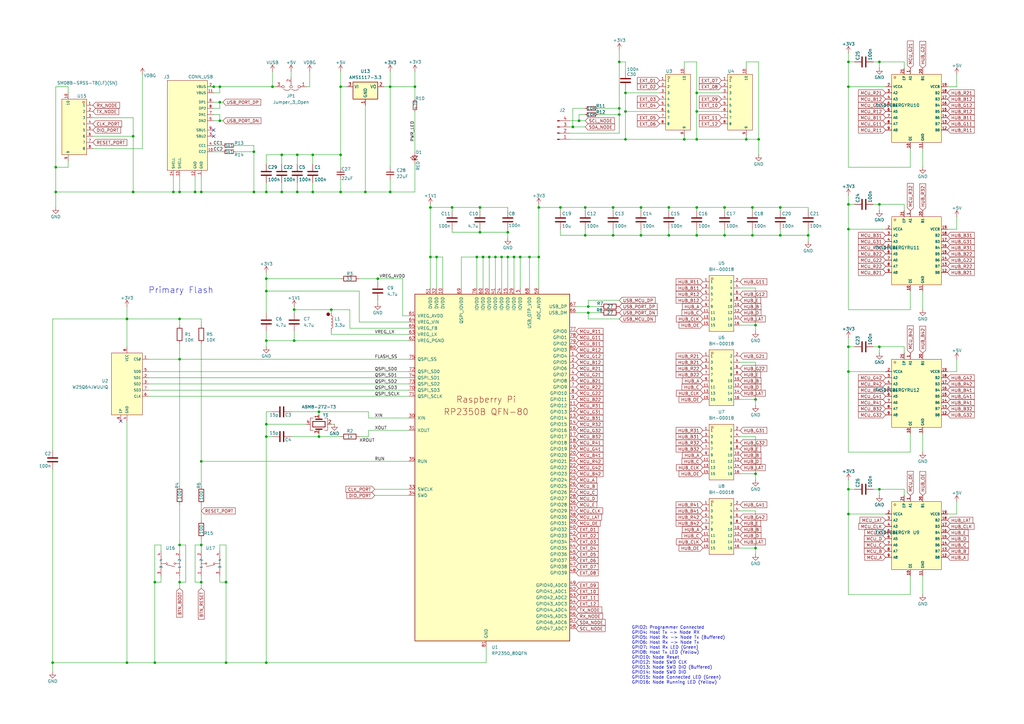
<source format=kicad_sch>
(kicad_sch (version 20231120) (generator "eeschema") (generator_version "8.0")
  (paper "A3")
  (title_block (title "RP2350B QFN80 Minimal Design Example") (date "2024-01-03") (rev "REV2") (company "Raspberry Pi Ltd"))
  (lib_symbols
    (symbol "Connector:Conn_01x04_Pin" (pin_names (offset 1.016) hide)
      (property "Reference" "J" (at 0 5.08 0))
      (property "Value" "Conn_01x04_Pin" (at 0 -7.62 0))
      (symbol "Conn_01x04_Pin_1_1"
        (pin passive line (at 5.08 2.54 180) (length 3.81) (name "Pin_1") (number "1"))
        (pin passive line (at 5.08 0 180) (length 3.81) (name "Pin_2") (number "2"))
        (pin passive line (at 5.08 -2.54 180) (length 3.81) (name "Pin_3") (number "3"))
        (pin passive line (at 5.08 -5.08 180) (length 3.81) (name "Pin_4") (number "4"))
      )
    )
    (symbol "Device:C" (pin_numbers hide) (pin_names (offset 0.254))
      (property "Reference" "C" (at 0.635 2.54 0))
      (property "Value" "C" (at 0.635 -2.54 0))
      (symbol "C_1_1"
        (pin passive line (at 0 3.81 270) (length 2.794) (name "~") (number "1"))
        (pin passive line (at 0 -3.81 90) (length 2.794) (name "~") (number "2"))
      )
    )
    (symbol "Device:C_Small" (pin_numbers hide) (pin_names (offset 0.254) hide)
      (property "Reference" "C" (at 0.254 1.778 0))
      (property "Value" "C_Small" (at 0.254 -2.032 0))
      (symbol "C_Small_1_1"
        (pin passive line (at 0 2.54 270) (length 2.032) (name "~") (number "1"))
        (pin passive line (at 0 -2.54 90) (length 2.032) (name "~") (number "2"))
      )
    )
    (symbol "Device:Crystal_GND24" (pin_names (offset 1.016) hide)
      (property "Reference" "Y" (at 3.175 5.08 0))
      (property "Value" "Crystal_GND24" (at 3.175 3.175 0))
      (symbol "Crystal_GND24_1_1"
        (pin passive line (at -3.81 0 0) (length 1.27) (name "1") (number "1"))
        (pin passive line (at 0 5.08 270) (length 1.27) (name "2") (number "2"))
        (pin passive line (at 3.81 0 180) (length 1.27) (name "3") (number "3"))
        (pin passive line (at 0 -5.08 90) (length 1.27) (name "4") (number "4"))
      )
    )
    (symbol "Device:L" (pin_numbers hide) (pin_names (offset 1.016) hide)
      (property "Reference" "L" (at -1.27 0 90))
      (property "Value" "L" (at 1.905 0 90))
      (symbol "L_1_1"
        (pin passive line (at 0 3.81 270) (length 1.27) (name "1") (number "1"))
        (pin passive line (at 0 -3.81 90) (length 1.27) (name "2") (number "2"))
      )
    )
    (symbol "Device:LED_Small" (pin_numbers hide) (pin_names (offset 0.254) hide)
      (property "Reference" "D" (at -1.27 3.175 0))
      (property "Value" "LED_Small" (at -4.445 -2.54 0))
      (symbol "LED_Small_1_1"
        (pin passive line (at -2.54 0 0) (length 1.778) (name "K") (number "1"))
        (pin passive line (at 2.54 0 180) (length 1.778) (name "A") (number "2"))
      )
    )
    (symbol "Device:R" (pin_numbers hide) (pin_names (offset 0))
      (property "Reference" "R" (at 2.032 0 90))
      (property "Value" "R" (at 0 0 90))
      (symbol "R_1_1"
        (pin passive line (at 0 3.81 270) (length 1.27) (name "~") (number "1"))
        (pin passive line (at 0 -3.81 90) (length 1.27) (name "~") (number "2"))
      )
    )
    (symbol "Device:R_Small" (pin_numbers hide) (pin_names (offset 0.254) hide)
      (property "Reference" "R" (at 0.762 0.508 0))
      (property "Value" "R_Small" (at 0.762 -1.016 0))
      (symbol "R_Small_1_1"
        (pin passive line (at 0 2.54 270) (length 0.762) (name "~") (number "1"))
        (pin passive line (at 0 -2.54 90) (length 0.762) (name "~") (number "2"))
      )
    )
    (symbol "JLCPCB:321016MG0CBK00A03"
      (property "Reference" "U" (at 0 1.27 0))
      (property "Value" "321016MG0CBK00A03" (at 0 -2.54 0))
      (symbol "321016MG0CBK00A03_0_1"
        (pin unspecified line (at -7.62 8.89 0) (length 2.54) (name "1") (number "1"))
        (pin unspecified line (at 7.62 -1.27 180) (length 2.54) (name "10") (number "10"))
        (pin unspecified line (at -7.62 -3.81 0) (length 2.54) (name "11") (number "11"))
        (pin unspecified line (at 7.62 -3.81 180) (length 2.54) (name "12") (number "12"))
        (pin unspecified line (at -7.62 -6.35 0) (length 2.54) (name "13") (number "13"))
        (pin unspecified line (at 7.62 -6.35 180) (length 2.54) (name "14") (number "14"))
        (pin unspecified line (at -7.62 -8.89 0) (length 2.54) (name "15") (number "15"))
        (pin unspecified line (at 7.62 -8.89 180) (length 2.54) (name "16") (number "16"))
        (pin unspecified line (at 7.62 8.89 180) (length 2.54) (name "2") (number "2"))
        (pin unspecified line (at -7.62 6.35 0) (length 2.54) (name "3") (number "3"))
        (pin unspecified line (at 7.62 6.35 180) (length 2.54) (name "4") (number "4"))
        (pin unspecified line (at -7.62 3.81 0) (length 2.54) (name "5") (number "5"))
        (pin unspecified line (at 7.62 3.81 180) (length 2.54) (name "6") (number "6"))
        (pin unspecified line (at -7.62 1.27 0) (length 2.54) (name "7") (number "7"))
        (pin unspecified line (at 7.62 1.27 180) (length 2.54) (name "8") (number "8"))
        (pin unspecified line (at -7.62 -1.27 0) (length 2.54) (name "9") (number "9"))
      )
    )
    (symbol "JLCPCB:RP2350_80QFN" (pin_names (offset 1.016))
      (property "Reference" "U1" (at 2.1941 -96.52 0))
      (property "Value" "RP2350_80QFN" (at 2.1941 -99.06 0))
      (symbol "RP2350_80QFN_0_0"
        (text "Raspberry Pi" (at 0 5.08 0) (effects (font (size 2.54 2.54))))
      )
      (symbol "RP2350_80QFN_1_0"
        (text "RP2350B QFN-80" (at 0 0 0) (effects (font (size 2.54 2.54))))
      )
      (symbol "RP2350_80QFN_1_1"
        (pin bidirectional line (at 36.83 22.86 180) (length 2.54) (name "GPIO4") (number "1"))
        (pin power_in line (at -17.78 50.8 270) (length 2.54) (name "DVDD") (number "10"))
        (pin bidirectional line (at 36.83 2.54 180) (length 2.54) (name "GPIO12") (number "11"))
        (pin bidirectional line (at 36.83 0 180) (length 2.54) (name "GPIO13") (number "12"))
        (pin bidirectional line (at 36.83 -2.54 180) (length 2.54) (name "GPIO14") (number "13"))
        (pin bidirectional line (at 36.83 -5.08 180) (length 2.54) (name "GPIO15") (number "14"))
        (pin power_in line (at 8.89 50.8 270) (length 2.54) (name "IOVDD") (number "15"))
        (pin bidirectional line (at 36.83 -7.62 180) (length 2.54) (name "GPIO16") (number "16"))
        (pin bidirectional line (at 36.83 -10.16 180) (length 2.54) (name "GPIO17") (number "17"))
        (pin bidirectional line (at 36.83 -12.7 180) (length 2.54) (name "GPIO18") (number "18"))
        (pin bidirectional line (at 36.83 -15.24 180) (length 2.54) (name "GPIO19") (number "19"))
        (pin bidirectional line (at 36.83 20.32 180) (length 2.54) (name "GPIO5") (number "2"))
        (pin bidirectional line (at 36.83 -17.78 180) (length 2.54) (name "GPIO20") (number "20"))
        (pin bidirectional line (at 36.83 -20.32 180) (length 2.54) (name "GPIO21") (number "21"))
        (pin bidirectional line (at 36.83 -22.86 180) (length 2.54) (name "GPIO22") (number "22"))
        (pin bidirectional line (at 36.83 -25.4 180) (length 2.54) (name "GPIO23") (number "23"))
        (pin power_in line (at 6.35 50.8 270) (length 2.54) (name "IOVDD") (number "24"))
        (pin bidirectional line (at 36.83 -27.94 180) (length 2.54) (name "GPIO24") (number "25"))
        (pin bidirectional line (at 36.83 -30.48 180) (length 2.54) (name "GPIO25") (number "26"))
        (pin bidirectional line (at 36.83 -33.02 180) (length 2.54) (name "GPIO26") (number "27"))
        (pin bidirectional line (at 36.83 -35.56 180) (length 2.54) (name "GPIO27") (number "28"))
        (pin power_in line (at 11.43 50.8 270) (length 2.54) (name "IOVDD") (number "29"))
        (pin bidirectional line (at 36.83 17.78 180) (length 2.54) (name "GPIO6") (number "3"))
        (pin input line (at -31.75 -2.54 0) (length 2.54) (name "XIN") (number "30"))
        (pin passive line (at -31.75 -7.62 0) (length 2.54) (name "XOUT") (number "31"))
        (pin power_in line (at -20.32 50.8 270) (length 2.54) (name "DVDD") (number "32"))
        (pin output line (at -31.75 -31.75 0) (length 2.54) (name "SWCLK") (number "33"))
        (pin bidirectional line (at -31.75 -34.29 0) (length 2.54) (name "SWD") (number "34"))
        (pin input line (at -31.75 -20.32 0) (length 2.54) (name "RUN") (number "35"))
        (pin bidirectional line (at 36.83 -38.1 180) (length 2.54) (name "GPIO28") (number "36"))
        (pin bidirectional line (at 36.83 -40.64 180) (length 2.54) (name "GPIO29") (number "37"))
        (pin bidirectional line (at 36.83 -43.18 180) (length 2.54) (name "GPIO30") (number "38"))
        (pin bidirectional line (at 36.83 -45.72 180) (length 2.54) (name "GPIO31") (number "39"))
        (pin bidirectional line (at 36.83 15.24 180) (length 2.54) (name "GPIO7") (number "4"))
        (pin bidirectional line (at 36.83 -48.26 180) (length 2.54) (name "GPIO32") (number "40"))
        (pin power_in line (at 3.81 50.8 270) (length 2.54) (name "IOVDD") (number "41"))
        (pin bidirectional line (at 36.83 -50.8 180) (length 2.54) (name "GPIO33") (number "42"))
        (pin bidirectional line (at 36.83 -53.34 180) (length 2.54) (name "GPIO34") (number "43"))
        (pin bidirectional line (at 36.83 -55.88 180) (length 2.54) (name "GPIO35") (number "44"))
        (pin bidirectional line (at 36.83 -58.42 180) (length 2.54) (name "GPIO36") (number "45"))
        (pin bidirectional line (at 36.83 -60.96 180) (length 2.54) (name "GPIO37") (number "46"))
        (pin bidirectional line (at 36.83 -63.5 180) (length 2.54) (name "GPIO38") (number "47"))
        (pin bidirectional line (at 36.83 -66.04 180) (length 2.54) (name "GPIO39") (number "48"))
        (pin bidirectional line (at 36.83 -71.12 180) (length 2.54) (name "GPIO40_ADC0") (number "49"))
        (pin power_in line (at 13.97 50.8 270) (length 2.54) (name "IOVDD") (number "5"))
        (pin power_in line (at 1.27 50.8 270) (length 2.54) (name "IOVDD") (number "50"))
        (pin power_in line (at -22.86 50.8 270) (length 2.54) (name "DVDD") (number "51"))
        (pin bidirectional line (at 36.83 -73.66 180) (length 2.54) (name "GPIO41_ADC1") (number "52"))
        (pin bidirectional line (at 36.83 -76.2 180) (length 2.54) (name "GPIO42_ADC2") (number "53"))
        (pin bidirectional line (at 36.83 -78.74 180) (length 2.54) (name "GPIO43_ADC3") (number "54"))
        (pin bidirectional line (at 36.83 -81.28 180) (length 2.54) (name "GPIO44_ADC4") (number "55"))
        (pin bidirectional line (at 36.83 -83.82 180) (length 2.54) (name "GPIO45_ADC5") (number "56"))
        (pin bidirectional line (at 36.83 -86.36 180) (length 2.54) (name "GPIO46_ADC6") (number "57"))
        (pin bidirectional line (at 36.83 -88.9 180) (length 2.54) (name "GPIO47_ADC7") (number "58"))
        (pin power_in line (at 21.59 50.8 270) (length 2.54) (name "ADC_AVDD") (number "59"))
        (pin bidirectional line (at 36.83 12.7 180) (length 2.54) (name "GPIO8") (number "6"))
        (pin power_in line (at -1.27 50.8 270) (length 2.54) (name "IOVDD") (number "60"))
        (pin power_in line (at -31.75 39.37 0) (length 2.54) (name "VREG_AVDD") (number "61"))
        (pin power_in line (at -31.75 29.21 0) (length 2.54) (name "VREG_PGND") (number "62"))
        (pin power_out line (at -31.75 31.75 0) (length 2.54) (name "VREG_LX") (number "63"))
        (pin power_in line (at -31.75 36.83 0) (length 2.54) (name "VREG_VIN") (number "64"))
        (pin input line (at -31.75 34.29 0) (length 2.54) (name "VREG_FB") (number "65"))
        (pin bidirectional line (at 36.83 40.64 180) (length 2.54) (name "USB_DM") (number "66"))
        (pin bidirectional line (at 36.83 43.18 180) (length 2.54) (name "USB_DP") (number "67"))
        (pin power_in line (at 17.78 50.8 270) (length 2.54) (name "USB_OTP_VDD") (number "68"))
        (pin power_in line (at -10.16 50.8 270) (length 2.54) (name "QSPI_IOVDD") (number "69"))
        (pin bidirectional line (at 36.83 10.16 180) (length 2.54) (name "GPIO9") (number "7"))
        (pin bidirectional line (at -31.75 8.89 0) (length 2.54) (name "QSPI_SD3") (number "70"))
        (pin output line (at -31.75 6.35 0) (length 2.54) (name "QSPI_SCLK") (number "71"))
        (pin bidirectional line (at -31.75 16.51 0) (length 2.54) (name "QSPI_SD0") (number "72"))
        (pin bidirectional line (at -31.75 11.43 0) (length 2.54) (name "QSPI_SD2") (number "73"))
        (pin bidirectional line (at -31.75 13.97 0) (length 2.54) (name "QSPI_SD1") (number "74"))
        (pin bidirectional line (at -31.75 21.59 0) (length 2.54) (name "QSPI_SS") (number "75"))
        (pin power_in line (at -3.81 50.8 270) (length 2.54) (name "IOVDD") (number "76"))
        (pin bidirectional line (at 36.83 33.02 180) (length 2.54) (name "GPIO0") (number "77"))
        (pin bidirectional line (at 36.83 30.48 180) (length 2.54) (name "GPIO1") (number "78"))
        (pin bidirectional line (at 36.83 27.94 180) (length 2.54) (name "GPIO2") (number "79"))
        (pin bidirectional line (at 36.83 7.62 180) (length 2.54) (name "GPIO10") (number "8"))
        (pin bidirectional line (at 36.83 25.4 180) (length 2.54) (name "GPIO3") (number "80"))
        (pin power_in line (at 0 -96.52 90) (length 2.54) (name "GND") (number "81"))
        (pin bidirectional line (at 36.83 5.08 180) (length 2.54) (name "GPIO11") (number "9"))
      )
    )
    (symbol "JLCPCB:SM08B-SRSS-TB(LF)(SN)"
      (property "Reference" "U" (at 0 1.27 0))
      (property "Value" "SM08B-SRSS-TB(LF)(SN)" (at 0 -2.54 0))
      (symbol "SM08B-SRSS-TB(LF)(SN)_0_1"
        (pin unspecified line (at -5.08 7.62 0) (length 2.54) (name "1") (number "1"))
        (pin unspecified line (at 5.08 12.7 270) (length 2.54) (name "10") (number "10"))
        (pin unspecified line (at -5.08 5.08 0) (length 2.54) (name "2") (number "2"))
        (pin unspecified line (at -5.08 2.54 0) (length 2.54) (name "3") (number "3"))
        (pin unspecified line (at -5.08 0 0) (length 2.54) (name "4") (number "4"))
        (pin unspecified line (at -5.08 -2.54 0) (length 2.54) (name "5") (number "5"))
        (pin unspecified line (at -5.08 -5.08 0) (length 2.54) (name "6") (number "6"))
        (pin unspecified line (at -5.08 -7.62 0) (length 2.54) (name "7") (number "7"))
        (pin unspecified line (at -5.08 -10.16 0) (length 2.54) (name "8") (number "8"))
        (pin unspecified line (at 5.08 -15.24 90) (length 2.54) (name "9") (number "9"))
      )
    )
    (symbol "JLCPCB:TS-1089S-02526"
      (property "Reference" "U" (at 0 1.27 0))
      (property "Value" "TS-1089S-02526" (at 0 -2.54 0))
      (symbol "TS-1089S-02526_0_1"
        (pin unspecified line (at -5.08 2.54 0) (length 2.54) (name "1") (number "1"))
        (pin unspecified line (at 5.08 2.54 180) (length 2.54) (name "2") (number "2"))
        (pin unspecified line (at -5.08 -5.08 0) (length 2.54) (name "3") (number "3"))
        (pin unspecified line (at 5.08 -5.08 180) (length 2.54) (name "4") (number "4"))
      )
    )
    (symbol "JLCPCB:TXS0108ERGYR"
      (property "Reference" "U" (at 0 1.27 0))
      (property "Value" "TXS0108ERGYR" (at 0 -2.54 0))
      (symbol "TXS0108ERGYR_0_1"
        (pin unspecified line (at -15.24 -2.54 0) (length 2.54) (name "A1") (number "1"))
        (pin unspecified line (at 17.78 -2.54 180) (length 2.54) (name "OE") (number "10"))
        (pin unspecified line (at 17.78 2.54 180) (length 2.54) (name "GND") (number "11"))
        (pin unspecified line (at 10.16 12.7 270) (length 2.54) (name "B8") (number "12"))
        (pin unspecified line (at 7.62 12.7 270) (length 2.54) (name "B7") (number "13"))
        (pin unspecified line (at 5.08 12.7 270) (length 2.54) (name "B6") (number "14"))
        (pin unspecified line (at 2.54 12.7 270) (length 2.54) (name "B5") (number "15"))
        (pin unspecified line (at 0 12.7 270) (length 2.54) (name "B4") (number "16"))
        (pin unspecified line (at -2.54 12.7 270) (length 2.54) (name "B3") (number "17"))
        (pin unspecified line (at -5.08 12.7 270) (length 2.54) (name "B2") (number "18"))
        (pin unspecified line (at -7.62 12.7 270) (length 2.54) (name "VCCB") (number "19"))
        (pin unspecified line (at -7.62 -12.7 90) (length 2.54) (name "VCCA") (number "2"))
        (pin unspecified line (at -15.24 2.54 0) (length 2.54) (name "B1") (number "20"))
        (pin unspecified line (at -15.24 -5.08 0) (length 2.54) (name "EP") (number "21"))
        (pin unspecified line (at -5.08 -12.7 90) (length 2.54) (name "A2") (number "3"))
        (pin unspecified line (at -2.54 -12.7 90) (length 2.54) (name "A3") (number "4"))
        (pin unspecified line (at 0 -12.7 90) (length 2.54) (name "A4") (number "5"))
        (pin unspecified line (at 2.54 -12.7 90) (length 2.54) (name "A5") (number "6"))
        (pin unspecified line (at 5.08 -12.7 90) (length 2.54) (name "A6") (number "7"))
        (pin unspecified line (at 7.62 -12.7 90) (length 2.54) (name "A7") (number "8"))
        (pin unspecified line (at 10.16 -12.7 90) (length 2.54) (name "A8") (number "9"))
      )
    )
    (symbol "JLCPCB:TYPE-C_16PIN_2MD(073)"
      (property "Reference" "U" (at -7.874 18.034 0))
      (property "Value" "TYPE-C_16PIN_2MD(073)" (at 8.128 18.034 0))
      (symbol "TYPE-C_16PIN_2MD(073)_0_1"
        (pin unspecified line (at 5.08 -22.86 90) (length 2.54) (name "GND") (number "1"))
        (pin unspecified line (at 10.16 -12.7 180) (length 2.54) (name "CC2") (number "10"))
        (pin unspecified line (at 10.16 11.43 180) (length 2.54) (name "VBUS") (number "11"))
        (pin unspecified line (at 2.54 -22.86 90) (length 2.54) (name "GND") (number "12"))
        (pin unspecified line (at -3.81 -22.86 90) (length 2.54) (name "SHELL") (number "13"))
        (pin unspecified line (at -6.35 -22.86 90) (length 2.54) (name "SHELL") (number "14"))
        (pin unspecified line (at 10.16 13.97 180) (length 2.54) (name "VBUS") (number "2"))
        (pin unspecified line (at 10.16 -6.35 180) (length 2.54) (name "SBU2") (number "3"))
        (pin unspecified line (at 10.16 -10.16 180) (length 2.54) (name "CC1") (number "4"))
        (pin unspecified line (at 10.16 0 180) (length 2.54) (name "DN2") (number "5"))
        (pin unspecified line (at 10.16 7.62 180) (length 2.54) (name "DP1") (number "6"))
        (pin unspecified line (at 10.16 2.54 180) (length 2.54) (name "DN1") (number "7"))
        (pin unspecified line (at 10.16 5.08 180) (length 2.54) (name "DP2") (number "8"))
        (pin unspecified line (at 10.16 -3.81 180) (length 2.54) (name "SBU1") (number "9"))
      )
    )
    (symbol "JLCPCB:W25Q64JWUUIQ"
      (property "Reference" "U" (at 5.588 13.97 0))
      (property "Value" "W25Q64JWUUIQ" (at -7.874 14.224 0))
      (symbol "W25Q64JWUUIQ_0_1"
        (pin unspecified line (at 8.89 10.16 180) (length 2.54) (name "CS#") (number "1"))
        (pin unspecified line (at 0 -15.24 90) (length 2.54) (name "GND") (number "4"))
        (pin unspecified line (at 8.89 -5.08 180) (length 2.54) (name "CLK") (number "6"))
        (pin unspecified line (at 0 15.24 270) (length 2.54) (name "VCC") (number "8"))
        (pin unspecified line (at -2.54 -15.24 90) (length 2.54) (name "EP") (number "9"))
      )
      (symbol "W25Q64JWUUIQ_1_1"
        (pin unspecified line (at 8.89 2.54 180) (length 2.54) (name "SD1") (number "2"))
        (pin unspecified line (at 8.89 0 180) (length 2.54) (name "SD2") (number "3"))
        (pin unspecified line (at 8.89 5.08 180) (length 2.54) (name "SD0") (number "5"))
        (pin unspecified line (at 8.89 -2.54 180) (length 2.54) (name "SD3") (number "7"))
      )
    )
    (symbol "Jumper:Jumper_3_Open" (pin_names (offset 0) hide) (exclude_from_sim yes) (in_bom no)
      (property "Reference" "JP" (at -2.54 -2.54 0))
      (property "Value" "Jumper_3_Open" (at 0 2.794 0))
      (symbol "Jumper_3_Open_1_1"
        (pin passive line (at -6.35 0 0) (length 2.54) (name "A") (number "1"))
        (pin passive line (at 0 -3.81 90) (length 2.54) (name "C") (number "2"))
        (pin passive line (at 6.35 0 180) (length 2.54) (name "B") (number "3"))
      )
    )
    (symbol "Regulator_Linear:AMS1117-3.3"
      (property "Reference" "U" (at -3.81 3.175 0))
      (property "Value" "AMS1117-3.3" (at 0 3.175 0))
      (symbol "AMS1117-3.3_1_1"
        (pin power_in line (at 0 -7.62 90) (length 2.54) (name "GND") (number "1"))
        (pin power_out line (at 7.62 0 180) (length 2.54) (name "VO") (number "2"))
        (pin power_in line (at -7.62 0 0) (length 2.54) (name "VI") (number "3"))
      )
    )
    (symbol "power:+1V1" (power) (pin_numbers hide) (pin_names (offset 0) hide)
      (property "Value" "+1V1" (at 0 3.556 0))
      (symbol "+1V1_1_1"
        (pin power_in line (at 0 0 90) (length 0) (name "~") (number "1"))
      )
    )
    (symbol "power:+3V3" (power) (pin_numbers hide) (pin_names (offset 0) hide)
      (property "Value" "+3V3" (at 0 3.556 0))
      (symbol "+3V3_1_1"
        (pin power_in line (at 0 0 90) (length 0) (name "~") (number "1"))
      )
    )
    (symbol "power:+5V" (power) (pin_numbers hide) (pin_names (offset 0) hide)
      (property "Value" "+5V" (at 0 3.556 0))
      (symbol "+5V_1_1"
        (pin power_in line (at 0 0 90) (length 0) (name "~") (number "1"))
      )
    )
    (symbol "power:GND" (power) (pin_numbers hide) (pin_names (offset 0) hide)
      (property "Value" "GND" (at 0 -3.81 0))
      (symbol "GND_1_1"
        (pin power_in line (at 0 0 270) (length 0) (name "~") (number "1"))
      )
    )
    (symbol "power:VBUS" (power) (pin_numbers hide) (pin_names (offset 0) hide)
      (property "Value" "VBUS" (at 0 3.556 0))
      (symbol "VBUS_1_1"
        (pin power_in line (at 0 0 90) (length 0) (name "~") (number "1"))
      )
    )
  )
  (junction (at 120.65 139.7))
  (junction (at 311.15 57.15))
  (junction (at 254 46.99))
  (junction (at 308.61 85.09))
  (junction (at 109.22 139.7))
  (junction (at 220.98 105.41))
  (junction (at 63.5 271.78))
  (junction (at 347.98 35.56))
  (junction (at 195.58 105.41))
  (junction (at 331.47 96.52))
  (junction (at 176.53 105.41))
  (junction (at 309.88 133.35))
  (junction (at 256.54 57.15))
  (junction (at 256.54 45.72))
  (junction (at 254 44.45))
  (junction (at 347.98 142.24))
  (junction (at 196.85 95.25))
  (junction (at 92.71 238.76))
  (junction (at 220.98 85.09))
  (junction (at 347.98 83.82))
  (junction (at 82.55 189.23))
  (junction (at 73.66 147.32))
  (junction (at 229.87 85.09))
  (junction (at 198.12 105.41))
  (junction (at 54.61 78.74))
  (junction (at 309.88 224.79))
  (junction (at 90.17 49.53))
  (junction (at 109.22 179.07))
  (junction (at 262.89 96.52))
  (junction (at 274.32 96.52))
  (junction (at 347.98 152.4))
  (junction (at 210.82 105.41))
  (junction (at 139.7 78.74))
  (junction (at 121.92 78.74))
  (junction (at 196.85 85.09))
  (junction (at 360.68 25.4))
  (junction (at 208.28 105.41))
  (junction (at 52.07 271.78))
  (junction (at 109.22 78.74))
  (junction (at 240.03 85.09))
  (junction (at 320.04 96.52))
  (junction (at 109.22 114.3))
  (junction (at 306.07 57.15))
  (junction (at 285.75 38.1))
  (junction (at 71.12 78.74))
  (junction (at 73.66 78.74))
  (junction (at 104.14 62.23))
  (junction (at 360.68 200.66))
  (junction (at 139.7 35.56))
  (junction (at 128.27 63.5))
  (junction (at 111.76 35.56))
  (junction (at 347.98 210.82))
  (junction (at 297.18 96.52))
  (junction (at 280.67 57.15))
  (junction (at 109.22 173.99))
  (junction (at 285.75 57.15))
  (junction (at 205.74 105.41))
  (junction (at 251.46 85.09))
  (junction (at 237.49 49.53))
  (junction (at 200.66 105.41))
  (junction (at 309.88 194.31))
  (junction (at 234.95 52.07))
  (junction (at 274.32 85.09))
  (junction (at 90.17 41.91))
  (junction (at 154.94 114.3))
  (junction (at 52.07 130.81))
  (junction (at 213.36 105.41))
  (junction (at 360.68 142.24))
  (junction (at 308.61 96.52))
  (junction (at 320.04 85.09))
  (junction (at 139.7 63.5))
  (junction (at 241.3 125.73))
  (junction (at 360.68 83.82))
  (junction (at 63.5 238.76))
  (junction (at 82.55 223.52))
  (junction (at 121.92 63.5))
  (junction (at 160.02 78.74))
  (junction (at 130.81 168.91))
  (junction (at 87.63 35.56))
  (junction (at 241.3 128.27))
  (junction (at 185.42 85.09))
  (junction (at 22.86 68.58))
  (junction (at 256.54 38.1))
  (junction (at 254 25.4))
  (junction (at 82.55 78.74))
  (junction (at 82.55 238.76))
  (junction (at 128.27 78.74))
  (junction (at 251.46 96.52))
  (junction (at 22.86 78.74))
  (junction (at 130.81 179.07))
  (junction (at 347.98 200.66))
  (junction (at 109.22 271.78))
  (junction (at 80.01 78.74))
  (junction (at 240.03 96.52))
  (junction (at 176.53 85.09))
  (junction (at 285.75 85.09))
  (junction (at 54.61 55.88))
  (junction (at 73.66 130.81))
  (junction (at 135.89 127))
  (junction (at 90.17 35.56))
  (junction (at 160.02 35.56))
  (junction (at 347.98 25.4))
  (junction (at 149.86 78.74))
  (junction (at 285.75 96.52))
  (junction (at 115.57 63.5))
  (junction (at 179.07 105.41))
  (junction (at 297.18 85.09))
  (junction (at 217.17 105.41))
  (junction (at 170.18 35.56))
  (junction (at 285.75 45.72))
  (junction (at 347.98 93.98))
  (junction (at 73.66 223.52))
  (junction (at 115.57 78.74))
  (junction (at 120.65 127))
  (junction (at 309.88 163.83))
  (junction (at 92.71 271.78))
  (junction (at 21.59 271.78))
  (junction (at 104.14 78.74))
  (junction (at 262.89 85.09))
  (junction (at 203.2 105.41))
  (junction (at 208.28 95.25))
  (junction (at 73.66 238.76))
  (junction (at 109.22 119.38))
  (no_connect (at 49.53 172.72))
  (no_connect (at 87.63 53.34))
  (no_connect (at 87.63 55.88))
  (wire (pts (xy 109.22 135.89) (xy 109.22 139.7)))
  (wire (pts (xy 90.17 49.53) (xy 87.63 49.53)))
  (wire (pts (xy 220.98 85.09) (xy 229.87 85.09)))
  (wire (pts (xy 80.01 223.52) (xy 82.55 223.52)))
  (wire (pts (xy 54.61 55.88) (xy 54.61 78.74)))
  (wire (pts (xy 196.85 85.09) (xy 185.42 85.09)))
  (wire (pts (xy 125.73 35.56) (xy 127 35.56)))
  (wire (pts (xy 109.22 119.38) (xy 147.32 119.38)))
  (wire (pts (xy 27.94 66.04) (xy 27.94 68.58)))
  (wire (pts (xy 90.17 46.99) (xy 90.17 49.53)))
  (wire (pts (xy 285.75 86.36) (xy 285.75 85.09)))
  (wire (pts (xy 285.75 93.98) (xy 285.75 96.52)))
  (wire (pts (xy 109.22 139.7) (xy 109.22 142.24)))
  (wire (pts (xy 240.03 85.09) (xy 251.46 85.09)))
  (wire (pts (xy 256.54 57.15) (xy 280.67 57.15)))
  (wire (pts (xy 208.28 105.41) (xy 210.82 105.41)))
  (wire (pts (xy 196.85 86.36) (xy 196.85 85.09)))
  (wire (pts (xy 22.86 78.74) (xy 54.61 78.74)))
  (wire (pts (xy 196.85 95.25) (xy 185.42 95.25)))
  (wire (pts (xy 360.68 200.66) (xy 370.84 200.66)))
  (wire (pts (xy 127 35.56) (xy 127 29.21)))
  (wire (pts (xy 208.28 93.98) (xy 208.28 95.25)))
  (wire (pts (xy 109.22 271.78) (xy 199.39 271.78)))
  (wire (pts (xy 285.75 38.1) (xy 295.91 38.1)))
  (wire (pts (xy 347.98 185.42) (xy 347.98 152.4)))
  (wire (pts (xy 91.44 49.53) (xy 90.17 49.53)))
  (wire (pts (xy 303.53 179.07) (xy 309.88 179.07)))
  (wire (pts (xy 71.12 72.39) (xy 71.12 78.74)))
  (wire (pts (xy 297.18 86.36) (xy 297.18 85.09)))
  (wire (pts (xy 167.64 200.66) (xy 153.67 200.66)))
  (wire (pts (xy 303.53 148.59) (xy 309.88 148.59)))
  (wire (pts (xy 54.61 55.88) (xy 54.61 48.26)))
  (wire (pts (xy 229.87 96.52) (xy 240.03 96.52)))
  (wire (pts (xy 139.7 63.5) (xy 139.7 68.58)))
  (wire (pts (xy 378.46 177.8) (xy 378.46 185.42)))
  (wire (pts (xy 82.55 238.76) (xy 82.55 236.22)))
  (wire (pts (xy 104.14 62.23) (xy 96.52 62.23)))
  (wire (pts (xy 119.38 179.07) (xy 130.81 179.07)))
  (wire (pts (xy 82.55 223.52) (xy 82.55 226.06)))
  (wire (pts (xy 143.51 127) (xy 135.89 127)))
  (wire (pts (xy 91.44 62.23) (xy 87.63 62.23)))
  (wire (pts (xy 274.32 86.36) (xy 274.32 85.09)))
  (wire (pts (xy 147.32 114.3) (xy 154.94 114.3)))
  (wire (pts (xy 347.98 80.01) (xy 347.98 83.82)))
  (wire (pts (xy 256.54 29.21) (xy 256.54 25.4)))
  (wire (pts (xy 58.42 30.48) (xy 58.42 60.96)))
  (wire (pts (xy 109.22 114.3) (xy 139.7 114.3)))
  (wire (pts (xy 274.32 93.98) (xy 274.32 96.52)))
  (wire (pts (xy 128.27 67.31) (xy 128.27 63.5)))
  (wire (pts (xy 73.66 207.01) (xy 73.66 223.52)))
  (wire (pts (xy 90.17 38.1) (xy 87.63 38.1)))
  (wire (pts (xy 154.94 114.3) (xy 165.1 114.3)))
  (wire (pts (xy 285.75 25.4) (xy 285.75 38.1)))
  (wire (pts (xy 160.02 35.56) (xy 170.18 35.56)))
  (wire (pts (xy 309.88 224.79) (xy 309.88 227.33)))
  (wire (pts (xy 21.59 192.405) (xy 21.59 271.78)))
  (wire (pts (xy 90.17 46.99) (xy 87.63 46.99)))
  (wire (pts (xy 52.07 271.78) (xy 21.59 271.78)))
  (wire (pts (xy 200.66 118.11) (xy 200.66 105.41)))
  (wire (pts (xy 220.98 105.41) (xy 220.98 118.11)))
  (wire (pts (xy 213.36 105.41) (xy 213.36 118.11)))
  (wire (pts (xy 82.55 140.97) (xy 82.55 189.23)))
  (wire (pts (xy 370.84 203.2) (xy 370.84 200.66)))
  (wire (pts (xy 229.87 93.98) (xy 229.87 96.52)))
  (wire (pts (xy 378.46 60.96) (xy 378.46 68.58)))
  (wire (pts (xy 189.23 118.11) (xy 189.23 105.41)))
  (wire (pts (xy 38.1 55.88) (xy 54.61 55.88)))
  (wire (pts (xy 240.03 44.45) (xy 234.95 44.45)))
  (wire (pts (xy 388.62 93.98) (xy 392.43 93.98)))
  (wire (pts (xy 373.38 243.84) (xy 347.98 243.84)))
  (wire (pts (xy 309.88 163.83) (xy 309.88 166.37)))
  (wire (pts (xy 73.66 147.32) (xy 167.64 147.32)))
  (wire (pts (xy 388.62 210.82) (xy 392.43 210.82)))
  (wire (pts (xy 303.53 194.31) (xy 309.88 194.31)))
  (wire (pts (xy 66.04 223.52) (xy 63.5 223.52)))
  (wire (pts (xy 229.87 85.09) (xy 229.87 86.36)))
  (wire (pts (xy 303.53 133.35) (xy 309.88 133.35)))
  (wire (pts (xy 254 130.81) (xy 241.3 130.81)))
  (wire (pts (xy 392.43 88.9) (xy 392.43 93.98)))
  (wire (pts (xy 308.61 85.09) (xy 320.04 85.09)))
  (wire (pts (xy 109.22 173.99) (xy 125.73 173.99)))
  (wire (pts (xy 373.38 127) (xy 347.98 127)))
  (wire (pts (xy 347.98 200.66) (xy 347.98 210.82)))
  (wire (pts (xy 240.03 52.07) (xy 234.95 52.07)))
  (wire (pts (xy 320.04 96.52) (xy 308.61 96.52)))
  (wire (pts (xy 109.22 67.31) (xy 109.22 63.5)))
  (wire (pts (xy 60.96 157.48) (xy 167.64 157.48)))
  (wire (pts (xy 52.07 172.72) (xy 52.07 271.78)))
  (wire (pts (xy 73.66 238.76) (xy 76.2 238.76)))
  (wire (pts (xy 203.2 105.41) (xy 205.74 105.41)))
  (wire (pts (xy 360.68 83.82) (xy 360.68 86.36)))
  (wire (pts (xy 360.68 142.24) (xy 360.68 144.78)))
  (wire (pts (xy 256.54 45.72) (xy 270.51 45.72)))
  (wire (pts (xy 109.22 173.99) (xy 109.22 179.07)))
  (wire (pts (xy 139.7 78.74) (xy 149.86 78.74)))
  (wire (pts (xy 285.75 96.52) (xy 274.32 96.52)))
  (wire (pts (xy 320.04 93.98) (xy 320.04 96.52)))
  (wire (pts (xy 347.98 138.43) (xy 347.98 142.24)))
  (wire (pts (xy 198.12 105.41) (xy 200.66 105.41)))
  (wire (pts (xy 378.46 236.22) (xy 378.46 243.84)))
  (wire (pts (xy 147.32 119.38) (xy 147.32 132.08)))
  (wire (pts (xy 73.66 238.76) (xy 73.66 236.22)))
  (wire (pts (xy 203.2 118.11) (xy 203.2 105.41)))
  (wire (pts (xy 149.86 43.18) (xy 149.86 78.74)))
  (wire (pts (xy 22.86 78.74) (xy 22.86 85.09)))
  (wire (pts (xy 52.07 130.81) (xy 73.66 130.81)))
  (wire (pts (xy 135.89 173.99) (xy 137.16 173.99)))
  (wire (pts (xy 200.66 105.41) (xy 203.2 105.41)))
  (wire (pts (xy 347.98 93.98) (xy 363.22 93.98)))
  (wire (pts (xy 76.2 223.52) (xy 73.66 223.52)))
  (wire (pts (xy 285.75 85.09) (xy 297.18 85.09)))
  (wire (pts (xy 251.46 85.09) (xy 262.89 85.09)))
  (wire (pts (xy 82.55 133.35) (xy 82.55 130.81)))
  (wire (pts (xy 109.22 139.7) (xy 120.65 139.7)))
  (wire (pts (xy 135.89 137.16) (xy 167.64 137.16)))
  (wire (pts (xy 251.46 93.98) (xy 251.46 96.52)))
  (wire (pts (xy 111.76 179.07) (xy 109.22 179.07)))
  (wire (pts (xy 120.65 125.73) (xy 120.65 127)))
  (wire (pts (xy 306.07 57.15) (xy 285.75 57.15)))
  (wire (pts (xy 176.53 85.09) (xy 176.53 105.41)))
  (wire (pts (xy 208.28 86.36) (xy 208.28 85.09)))
  (wire (pts (xy 90.17 223.52) (xy 92.71 223.52)))
  (wire (pts (xy 154.94 124.46) (xy 154.94 123.19)))
  (wire (pts (xy 135.89 137.16) (xy 135.89 135.89)))
  (wire (pts (xy 254 44.45) (xy 254 46.99)))
  (wire (pts (xy 245.11 46.99) (xy 254 46.99)))
  (wire (pts (xy 27.94 38.1) (xy 27.94 35.56)))
  (wire (pts (xy 154.94 114.3) (xy 154.94 115.57)))
  (wire (pts (xy 115.57 67.31) (xy 115.57 63.5)))
  (wire (pts (xy 309.88 118.11) (xy 309.88 133.35)))
  (wire (pts (xy 347.98 142.24) (xy 350.52 142.24)))
  (wire (pts (xy 210.82 105.41) (xy 213.36 105.41)))
  (wire (pts (xy 92.71 238.76) (xy 92.71 271.78)))
  (wire (pts (xy 236.22 128.27) (xy 241.3 128.27)))
  (wire (pts (xy 109.22 179.07) (xy 109.22 271.78)))
  (wire (pts (xy 388.62 35.56) (xy 392.43 35.56)))
  (wire (pts (xy 170.18 45.72) (xy 170.18 62.23)))
  (wire (pts (xy 90.17 38.1) (xy 90.17 35.56)))
  (wire (pts (xy 303.53 224.79) (xy 309.88 224.79)))
  (wire (pts (xy 157.48 35.56) (xy 160.02 35.56)))
  (wire (pts (xy 311.15 25.4) (xy 311.15 57.15)))
  (wire (pts (xy 121.92 74.93) (xy 121.92 78.74)))
  (wire (pts (xy 170.18 29.21) (xy 170.18 35.56)))
  (wire (pts (xy 176.53 105.41) (xy 176.53 118.11)))
  (wire (pts (xy 143.51 134.62) (xy 143.51 127)))
  (wire (pts (xy 392.43 205.74) (xy 392.43 210.82)))
  (wire (pts (xy 388.62 152.4) (xy 392.43 152.4)))
  (wire (pts (xy 347.98 127) (xy 347.98 93.98)))
  (wire (pts (xy 373.38 177.8) (xy 373.38 185.42)))
  (wire (pts (xy 347.98 200.66) (xy 350.52 200.66)))
  (wire (pts (xy 256.54 36.83) (xy 256.54 38.1)))
  (wire (pts (xy 241.3 123.19) (xy 241.3 125.73)))
  (wire (pts (xy 60.96 154.94) (xy 167.64 154.94)))
  (wire (pts (xy 176.53 83.82) (xy 176.53 85.09)))
  (wire (pts (xy 347.98 21.59) (xy 347.98 25.4)))
  (wire (pts (xy 109.22 63.5) (xy 115.57 63.5)))
  (wire (pts (xy 52.07 130.81) (xy 52.07 142.24)))
  (wire (pts (xy 22.86 35.56) (xy 22.86 68.58)))
  (wire (pts (xy 347.98 68.58) (xy 347.98 35.56)))
  (wire (pts (xy 373.38 236.22) (xy 373.38 243.84)))
  (wire (pts (xy 90.17 223.52) (xy 90.17 226.06)))
  (wire (pts (xy 73.66 78.74) (xy 71.12 78.74)))
  (wire (pts (xy 256.54 38.1) (xy 256.54 45.72)))
  (wire (pts (xy 347.98 243.84) (xy 347.98 210.82)))
  (wire (pts (xy 208.28 95.25) (xy 208.28 97.79)))
  (wire (pts (xy 309.88 133.35) (xy 309.88 135.89)))
  (wire (pts (xy 76.2 238.76) (xy 76.2 223.52)))
  (wire (pts (xy 205.74 105.41) (xy 208.28 105.41)))
  (wire (pts (xy 142.24 35.56) (xy 139.7 35.56)))
  (wire (pts (xy 240.03 49.53) (xy 237.49 49.53)))
  (wire (pts (xy 66.04 223.52) (xy 66.04 226.06)))
  (wire (pts (xy 358.14 142.24) (xy 360.68 142.24)))
  (wire (pts (xy 196.85 93.98) (xy 196.85 95.25)))
  (wire (pts (xy 392.43 147.32) (xy 392.43 152.4)))
  (wire (pts (xy 320.04 85.09) (xy 331.47 85.09)))
  (wire (pts (xy 104.14 78.74) (xy 109.22 78.74)))
  (wire (pts (xy 303.53 118.11) (xy 309.88 118.11)))
  (wire (pts (xy 262.89 86.36) (xy 262.89 85.09)))
  (wire (pts (xy 115.57 74.93) (xy 115.57 78.74)))
  (wire (pts (xy 303.53 209.55) (xy 309.88 209.55)))
  (wire (pts (xy 347.98 83.82) (xy 347.98 93.98)))
  (wire (pts (xy 52.07 125.73) (xy 52.07 130.81)))
  (wire (pts (xy 119.38 168.91) (xy 130.81 168.91)))
  (wire (pts (xy 73.66 72.39) (xy 73.66 78.74)))
  (wire (pts (xy 22.86 68.58) (xy 27.94 68.58)))
  (wire (pts (xy 82.55 189.23) (xy 82.55 199.39)))
  (wire (pts (xy 373.38 68.58) (xy 347.98 68.58)))
  (wire (pts (xy 151.13 176.53) (xy 167.64 176.53)))
  (wire (pts (xy 347.98 35.56) (xy 363.22 35.56)))
  (wire (pts (xy 73.66 130.81) (xy 82.55 130.81)))
  (wire (pts (xy 160.02 78.74) (xy 170.18 78.74)))
  (wire (pts (xy 66.04 238.76) (xy 63.5 238.76)))
  (wire (pts (xy 52.07 271.78) (xy 63.5 271.78)))
  (wire (pts (xy 54.61 78.74) (xy 71.12 78.74)))
  (wire (pts (xy 309.88 194.31) (xy 309.88 196.85)))
  (wire (pts (xy 109.22 168.91) (xy 109.22 173.99)))
  (wire (pts (xy 92.71 223.52) (xy 92.71 238.76)))
  (wire (pts (xy 82.55 238.76) (xy 82.55 241.3)))
  (wire (pts (xy 181.61 105.41) (xy 181.61 118.11)))
  (wire (pts (xy 128.27 78.74) (xy 139.7 78.74)))
  (wire (pts (xy 92.71 271.78) (xy 109.22 271.78)))
  (wire (pts (xy 195.58 118.11) (xy 195.58 105.41)))
  (wire (pts (xy 237.49 49.53) (xy 233.68 49.53)))
  (wire (pts (xy 63.5 238.76) (xy 63.5 271.78)))
  (wire (pts (xy 237.49 46.99) (xy 237.49 49.53)))
  (wire (pts (xy 80.01 238.76) (xy 80.01 223.52)))
  (wire (pts (xy 256.54 25.4) (xy 254 25.4)))
  (wire (pts (xy 208.28 85.09) (xy 196.85 85.09)))
  (wire (pts (xy 303.53 163.83) (xy 309.88 163.83)))
  (wire (pts (xy 160.02 78.74) (xy 160.02 73.66)))
  (wire (pts (xy 199.39 265.43) (xy 199.39 271.78)))
  (wire (pts (xy 111.76 29.21) (xy 111.76 35.56)))
  (wire (pts (xy 21.59 130.81) (xy 52.07 130.81)))
  (wire (pts (xy 331.47 86.36) (xy 331.47 85.09)))
  (wire (pts (xy 308.61 93.98) (xy 308.61 96.52)))
  (wire (pts (xy 128.27 74.93) (xy 128.27 78.74)))
  (wire (pts (xy 220.98 83.82) (xy 220.98 85.09)))
  (wire (pts (xy 308.61 86.36) (xy 308.61 85.09)))
  (wire (pts (xy 170.18 35.56) (xy 170.18 40.64)))
  (wire (pts (xy 392.43 30.48) (xy 392.43 35.56)))
  (wire (pts (xy 347.98 25.4) (xy 347.98 35.56)))
  (wire (pts (xy 130.81 177.8) (xy 130.81 179.07)))
  (wire (pts (xy 347.98 152.4) (xy 363.22 152.4)))
  (wire (pts (xy 373.38 60.96) (xy 373.38 68.58)))
  (wire (pts (xy 320.04 86.36) (xy 320.04 85.09)))
  (wire (pts (xy 241.3 130.81) (xy 241.3 128.27)))
  (wire (pts (xy 262.89 85.09) (xy 274.32 85.09)))
  (wire (pts (xy 280.67 27.94) (xy 280.67 25.4)))
  (wire (pts (xy 119.38 29.21) (xy 119.38 31.75)))
  (wire (pts (xy 370.84 144.78) (xy 370.84 142.24)))
  (wire (pts (xy 331.47 96.52) (xy 320.04 96.52)))
  (wire (pts (xy 21.59 184.785) (xy 21.59 130.81)))
  (wire (pts (xy 90.17 44.45) (xy 87.63 44.45)))
  (wire (pts (xy 306.07 27.94) (xy 306.07 25.4)))
  (wire (pts (xy 104.14 62.23) (xy 104.14 78.74)))
  (wire (pts (xy 185.42 85.09) (xy 176.53 85.09)))
  (wire (pts (xy 297.18 85.09) (xy 308.61 85.09)))
  (wire (pts (xy 254 25.4) (xy 254 44.45)))
  (wire (pts (xy 120.65 139.7) (xy 167.64 139.7)))
  (wire (pts (xy 308.61 96.52) (xy 297.18 96.52)))
  (wire (pts (xy 82.55 189.23) (xy 167.64 189.23)))
  (wire (pts (xy 90.17 35.56) (xy 111.76 35.56)))
  (wire (pts (xy 139.7 29.21) (xy 139.7 35.56)))
  (wire (pts (xy 347.98 83.82) (xy 350.52 83.82)))
  (wire (pts (xy 378.46 119.38) (xy 378.46 127)))
  (wire (pts (xy 66.04 238.76) (xy 66.04 236.22)))
  (wire (pts (xy 254 123.19) (xy 241.3 123.19)))
  (wire (pts (xy 90.17 35.56) (xy 87.63 35.56)))
  (wire (pts (xy 120.65 135.89) (xy 120.65 139.7)))
  (wire (pts (xy 358.14 200.66) (xy 360.68 200.66)))
  (wire (pts (xy 358.14 83.82) (xy 360.68 83.82)))
  (wire (pts (xy 151.13 168.91) (xy 151.13 171.45)))
  (wire (pts (xy 165.1 114.3) (xy 165.1 129.54)))
  (wire (pts (xy 91.44 41.91) (xy 90.17 41.91)))
  (wire (pts (xy 297.18 93.98) (xy 297.18 96.52)))
  (wire (pts (xy 128.27 63.5) (xy 139.7 63.5)))
  (wire (pts (xy 167.64 203.2) (xy 153.67 203.2)))
  (wire (pts (xy 311.15 57.15) (xy 311.15 63.5)))
  (wire (pts (xy 104.14 78.74) (xy 82.55 78.74)))
  (wire (pts (xy 109.22 74.93) (xy 109.22 78.74)))
  (wire (pts (xy 236.22 125.73) (xy 241.3 125.73)))
  (wire (pts (xy 139.7 35.56) (xy 139.7 63.5)))
  (wire (pts (xy 254 44.45) (xy 245.11 44.45)))
  (wire (pts (xy 370.84 86.36) (xy 370.84 83.82)))
  (wire (pts (xy 60.96 152.4) (xy 167.64 152.4)))
  (wire (pts (xy 104.14 59.69) (xy 96.52 59.69)))
  (wire (pts (xy 179.07 105.41) (xy 181.61 105.41)))
  (wire (pts (xy 130.81 179.07) (xy 139.7 179.07)))
  (wire (pts (xy 82.55 78.74) (xy 80.01 78.74)))
  (wire (pts (xy 165.1 129.54) (xy 167.64 129.54)))
  (wire (pts (xy 241.3 128.27) (xy 246.38 128.27)))
  (wire (pts (xy 198.12 118.11) (xy 198.12 105.41)))
  (wire (pts (xy 285.75 38.1) (xy 285.75 45.72)))
  (wire (pts (xy 240.03 46.99) (xy 237.49 46.99)))
  (wire (pts (xy 90.17 238.76) (xy 90.17 236.22)))
  (wire (pts (xy 121.92 63.5) (xy 121.92 67.31)))
  (wire (pts (xy 262.89 93.98) (xy 262.89 96.52)))
  (wire (pts (xy 111.76 168.91) (xy 109.22 168.91)))
  (wire (pts (xy 170.18 78.74) (xy 170.18 67.31)))
  (wire (pts (xy 85.09 35.56) (xy 87.63 35.56)))
  (wire (pts (xy 82.55 207.01) (xy 82.55 213.36)))
  (wire (pts (xy 151.13 179.07) (xy 151.13 176.53)))
  (wire (pts (xy 254 46.99) (xy 254 54.61)))
  (wire (pts (xy 63.5 271.78) (xy 92.71 271.78)))
  (wire (pts (xy 347.98 142.24) (xy 347.98 152.4)))
  (wire (pts (xy 210.82 118.11) (xy 210.82 105.41)))
  (wire (pts (xy 109.22 114.3) (xy 109.22 119.38)))
  (wire (pts (xy 120.65 127) (xy 135.89 127)))
  (wire (pts (xy 217.17 118.11) (xy 217.17 105.41)))
  (wire (pts (xy 256.54 38.1) (xy 270.51 38.1)))
  (wire (pts (xy 160.02 35.56) (xy 160.02 68.58)))
  (wire (pts (xy 82.55 72.39) (xy 82.55 78.74)))
  (wire (pts (xy 115.57 63.5) (xy 121.92 63.5)))
  (wire (pts (xy 331.47 96.52) (xy 331.47 99.06)))
  (wire (pts (xy 217.17 105.41) (xy 220.98 105.41)))
  (wire (pts (xy 213.36 105.41) (xy 217.17 105.41)))
  (wire (pts (xy 309.88 209.55) (xy 309.88 224.79)))
  (wire (pts (xy 149.86 78.74) (xy 160.02 78.74)))
  (wire (pts (xy 115.57 78.74) (xy 121.92 78.74)))
  (wire (pts (xy 360.68 83.82) (xy 370.84 83.82)))
  (wire (pts (xy 63.5 223.52) (xy 63.5 238.76)))
  (wire (pts (xy 360.68 25.4) (xy 360.68 27.94)))
  (wire (pts (xy 80.01 72.39) (xy 80.01 78.74)))
  (wire (pts (xy 22.86 68.58) (xy 22.86 78.74)))
  (wire (pts (xy 73.66 238.76) (xy 73.66 241.3)))
  (wire (pts (xy 229.87 85.09) (xy 240.03 85.09)))
  (wire (pts (xy 262.89 96.52) (xy 251.46 96.52)))
  (wire (pts (xy 256.54 45.72) (xy 256.54 57.15)))
  (wire (pts (xy 160.02 29.21) (xy 160.02 35.56)))
  (wire (pts (xy 274.32 96.52) (xy 262.89 96.52)))
  (wire (pts (xy 280.67 25.4) (xy 285.75 25.4)))
  (wire (pts (xy 130.81 168.91) (xy 151.13 168.91)))
  (wire (pts (xy 254 20.32) (xy 254 25.4)))
  (wire (pts (xy 139.7 78.74) (xy 139.7 73.66)))
  (wire (pts (xy 109.22 111.76) (xy 109.22 114.3)))
  (wire (pts (xy 135.89 127) (xy 135.89 128.27)))
  (wire (pts (xy 195.58 105.41) (xy 198.12 105.41)))
  (wire (pts (xy 205.74 118.11) (xy 205.74 105.41)))
  (wire (pts (xy 347.98 25.4) (xy 350.52 25.4)))
  (wire (pts (xy 121.92 78.74) (xy 128.27 78.74)))
  (wire (pts (xy 21.59 275.59) (xy 21.59 271.78)))
  (wire (pts (xy 241.3 125.73) (xy 246.38 125.73)))
  (wire (pts (xy 240.03 86.36) (xy 240.03 85.09)))
  (wire (pts (xy 280.67 55.88) (xy 280.67 57.15)))
  (wire (pts (xy 60.96 162.56) (xy 167.64 162.56)))
  (wire (pts (xy 285.75 45.72) (xy 295.91 45.72)))
  (wire (pts (xy 58.42 60.96) (xy 38.1 60.96)))
  (wire (pts (xy 82.55 220.98) (xy 82.55 223.52)))
  (wire (pts (xy 347.98 196.85) (xy 347.98 200.66)))
  (wire (pts (xy 82.55 238.76) (xy 80.01 238.76)))
  (wire (pts (xy 80.01 78.74) (xy 73.66 78.74)))
  (wire (pts (xy 360.68 25.4) (xy 370.84 25.4)))
  (wire (pts (xy 185.42 86.36) (xy 185.42 85.09)))
  (wire (pts (xy 297.18 96.52) (xy 285.75 96.52)))
  (wire (pts (xy 208.28 95.25) (xy 196.85 95.25)))
  (wire (pts (xy 360.68 200.66) (xy 360.68 203.2)))
  (wire (pts (xy 306.07 25.4) (xy 311.15 25.4)))
  (wire (pts (xy 189.23 105.41) (xy 195.58 105.41)))
  (wire (pts (xy 147.32 132.08) (xy 167.64 132.08)))
  (wire (pts (xy 179.07 105.41) (xy 176.53 105.41)))
  (wire (pts (xy 73.66 140.97) (xy 73.66 147.32)))
  (wire (pts (xy 233.68 57.15) (xy 256.54 57.15)))
  (wire (pts (xy 208.28 105.41) (xy 208.28 118.11)))
  (wire (pts (xy 167.64 134.62) (xy 143.51 134.62)))
  (wire (pts (xy 90.17 41.91) (xy 90.17 44.45)))
  (wire (pts (xy 360.68 142.24) (xy 370.84 142.24)))
  (wire (pts (xy 90.17 238.76) (xy 92.71 238.76)))
  (wire (pts (xy 251.46 86.36) (xy 251.46 85.09)))
  (wire (pts (xy 54.61 48.26) (xy 38.1 48.26)))
  (wire (pts (xy 373.38 119.38) (xy 373.38 127)))
  (wire (pts (xy 104.14 59.69) (xy 104.14 62.23)))
  (wire (pts (xy 251.46 96.52) (xy 240.03 96.52)))
  (wire (pts (xy 280.67 57.15) (xy 285.75 57.15)))
  (wire (pts (xy 240.03 93.98) (xy 240.03 96.52)))
  (wire (pts (xy 130.81 170.18) (xy 130.81 168.91)))
  (wire (pts (xy 220.98 85.09) (xy 220.98 105.41)))
  (wire (pts (xy 120.65 128.27) (xy 120.65 127)))
  (wire (pts (xy 73.66 130.81) (xy 73.66 133.35)))
  (wire (pts (xy 373.38 185.42) (xy 347.98 185.42)))
  (wire (pts (xy 311.15 57.15) (xy 306.07 57.15)))
  (wire (pts (xy 306.07 55.88) (xy 306.07 57.15)))
  (wire (pts (xy 358.14 25.4) (xy 360.68 25.4)))
  (wire (pts (xy 347.98 210.82) (xy 363.22 210.82)))
  (wire (pts (xy 121.92 63.5) (xy 128.27 63.5)))
  (wire (pts (xy 147.32 179.07) (xy 151.13 179.07)))
  (wire (pts (xy 234.95 52.07) (xy 233.68 52.07)))
  (wire (pts (xy 309.88 179.07) (xy 309.88 194.31)))
  (wire (pts (xy 309.88 148.59) (xy 309.88 163.83)))
  (wire (pts (xy 274.32 85.09) (xy 285.75 85.09)))
  (wire (pts (xy 234.95 44.45) (xy 234.95 52.07)))
  (wire (pts (xy 60.96 147.32) (xy 73.66 147.32)))
  (wire (pts (xy 285.75 45.72) (xy 285.75 57.15)))
  (wire (pts (xy 109.22 78.74) (xy 115.57 78.74)))
  (wire (pts (xy 254 54.61) (xy 233.68 54.61)))
  (wire (pts (xy 60.96 160.02) (xy 167.64 160.02)))
  (wire (pts (xy 73.66 223.52) (xy 73.66 226.06)))
  (wire (pts (xy 185.42 95.25) (xy 185.42 93.98)))
  (wire (pts (xy 151.13 171.45) (xy 167.64 171.45)))
  (wire (pts (xy 109.22 119.38) (xy 109.22 128.27)))
  (wire (pts (xy 27.94 35.56) (xy 22.86 35.56)))
  (wire (pts (xy 73.66 147.32) (xy 73.66 199.39)))
  (wire (pts (xy 111.76 35.56) (xy 113.03 35.56)))
  (wire (pts (xy 179.07 118.11) (xy 179.07 105.41)))
  (wire (pts (xy 90.17 41.91) (xy 87.63 41.91)))
  (wire (pts (xy 331.47 93.98) (xy 331.47 96.52)))
  (wire (pts (xy 91.44 59.69) (xy 87.63 59.69)))
  (wire (pts (xy 370.84 27.94) (xy 370.84 25.4)))
  (circle (center 134.62 128.905) (radius 0.635) (stroke (width 0) (color 132 0 0 1)) (fill (type color) (color 132 0 0 1)))
  (text "Primary Flash" (at 87.63 120.65 0) (effects (font (size 2.54 2.54)) (justify right bottom)))
  (text "GPIO2: Programmer Connected\nGPIO4: Host Tx -> Node RX\nGPIO5: Host Rx -> Node Tx (Buffered)\nGPIO6: Host Rx -> Node Tx\nGPIO7: Host Rx LED (Green)\nGPIO8: Host Tx LED (Yellow)\nGPIO10: Node Reset\nGPIO12: Node SWD CLK\nGPIO13: Node SWD DIO (Buffered)\nGPIO14: Node SWD DIO\nGPIO15: Node Connected LED (Green)\nGPIO16: Node Running LED (Yellow)" (at 259.08 268.732 0) (effects (font (size 1.27 1.27)) (justify left)))
  (label "XIN" (at 153.67 171.45 0))
  (label "XOUT" (at 153.67 176.53 0))
  (label "RUN" (at 153.67 189.23 0))
  (label "QSPI_SD0" (at 153.67 152.4 0))
  (label "FLASH_SS" (at 153.67 147.32 0))
  (label "PWR_LED" (at 170.18 49.53 270))
  (label "QSPI_SD2" (at 153.67 157.48 0))
  (label "VREG_LX" (at 153.67 137.16 0))
  (label "XROUT" (at 153.67 181.61 180))
  (label "VREG_AVDD" (at 155.575 114.3 0))
  (label "CC2" (at 91.44 62.23 180))
  (label "QSPI_SD1" (at 153.67 154.94 0))
  (label "CC1" (at 91.44 59.69 180))
  (label "QSPI_SCLK" (at 153.67 162.56 0))
  (label "QSPI_SD3" (at 153.67 160.02 0))
  (global_label "HUB_B32" (shape input) (at 388.62 167.64 0) (property "Intersheetrefs" "${INTERSHEET_REFS}" (effects (hide yes))))
  (global_label "USB_PORT_DP" (shape input) (at 91.44 41.91 0) (property "Intersheetrefs" "${INTERSHEET_REFS}" (effects (hide yes))))
  (global_label "HUB_B11" (shape input) (at 388.62 48.26 0) (property "Intersheetrefs" "${INTERSHEET_REFS}" (effects (hide yes))))
  (global_label "HUB_G22" (shape input) (at 388.62 106.68 0) (property "Intersheetrefs" "${INTERSHEET_REFS}" (effects (hide yes))))
  (global_label "MCU_G21" (shape input) (at 373.38 27.94 90) (property "Intersheetrefs" "${INTERSHEET_REFS}" (effects (hide yes))))
  (global_label "EXT_04" (shape input) (at 236.22 224.79 0) (property "Intersheetrefs" "${INTERSHEET_REFS}" (effects (hide yes))))
  (global_label "MCU_LAT" (shape input) (at 236.22 212.09 0) (property "Intersheetrefs" "${INTERSHEET_REFS}" (effects (hide yes))))
  (global_label "MCU_G12" (shape input) (at 236.22 146.05 0) (property "Intersheetrefs" "${INTERSHEET_REFS}" (effects (hide yes))))
  (global_label "HUB_R41" (shape input) (at 288.29 207.01 180) (property "Intersheetrefs" "${INTERSHEET_REFS}" (effects (hide yes))))
  (global_label "MCU_B42" (shape input) (at 236.22 194.31 0) (property "Intersheetrefs" "${INTERSHEET_REFS}" (effects (hide yes))))
  (global_label "MCU_OE" (shape input) (at 236.22 214.63 0) (property "Intersheetrefs" "${INTERSHEET_REFS}" (effects (hide yes))))
  (global_label "USB_PORT_DN" (shape input) (at 254 128.27 0) (property "Intersheetrefs" "${INTERSHEET_REFS}" (effects (hide yes))))
  (global_label "MCU_E" (shape input) (at 236.22 207.01 0) (property "Intersheetrefs" "${INTERSHEET_REFS}" (effects (hide yes))))
  (global_label "HUB_B31" (shape input) (at 288.29 179.07 180) (property "Intersheetrefs" "${INTERSHEET_REFS}" (effects (hide yes))))
  (global_label "EXT_05" (shape input) (at 236.22 227.33 0) (property "Intersheetrefs" "${INTERSHEET_REFS}" (effects (hide yes))))
  (global_label "HUB_R31" (shape input) (at 388.62 101.6 0) (property "Intersheetrefs" "${INTERSHEET_REFS}" (effects (hide yes))))
  (global_label "MCU_R11" (shape input) (at 363.22 53.34 180) (property "Intersheetrefs" "${INTERSHEET_REFS}" (effects (hide yes))))
  (global_label "HUB_R21" (shape input) (at 388.62 38.1 0) (property "Intersheetrefs" "${INTERSHEET_REFS}" (effects (hide yes))))
  (global_label "EXT_11" (shape input) (at 295.91 48.26 180) (property "Intersheetrefs" "${INTERSHEET_REFS}" (effects (hide yes))))
  (global_label "SCL_NODE" (shape input) (at 240.03 49.53 0) (property "Intersheetrefs" "${INTERSHEET_REFS}" (effects (hide yes))))
  (global_label "HUB_R12" (shape input) (at 288.29 120.65 180) (property "Intersheetrefs" "${INTERSHEET_REFS}" (effects (hide yes))))
  (global_label "HUB_R11" (shape input) (at 388.62 53.34 0) (property "Intersheetrefs" "${INTERSHEET_REFS}" (effects (hide yes))))
  (global_label "MCU_B22" (shape input) (at 236.22 163.83 0) (property "Intersheetrefs" "${INTERSHEET_REFS}" (effects (hide yes))))
  (global_label "MCU_B21" (shape input) (at 236.22 156.21 0) (property "Intersheetrefs" "${INTERSHEET_REFS}" (effects (hide yes))))
  (global_label "MCU_C" (shape input) (at 363.22 223.52 180) (property "Intersheetrefs" "${INTERSHEET_REFS}" (effects (hide yes))))
  (global_label "HUB_OE" (shape input) (at 288.29 163.83 180) (property "Intersheetrefs" "${INTERSHEET_REFS}" (effects (hide yes))))
  (global_label "DIO_PORT" (shape input) (at 153.67 203.2 180) (property "Intersheetrefs" "${INTERSHEET_REFS}" (effects (hide yes))))
  (global_label "HUB_C" (shape input) (at 288.29 189.23 180) (property "Intersheetrefs" "${INTERSHEET_REFS}" (effects (hide yes))))
  (global_label "EXT_02" (shape input) (at 270.51 35.56 180) (property "Intersheetrefs" "${INTERSHEET_REFS}" (effects (hide yes))))
  (global_label "EXT_08" (shape input) (at 295.91 35.56 180) (property "Intersheetrefs" "${INTERSHEET_REFS}" (effects (hide yes))))
  (global_label "RESET_PORT" (shape input) (at 38.1 58.42 0) (property "Intersheetrefs" "${INTERSHEET_REFS}" (effects (hide yes))))
  (global_label "MCU_G22" (shape input) (at 363.22 106.68 180) (property "Intersheetrefs" "${INTERSHEET_REFS}" (effects (hide yes))))
  (global_label "MCU_OE" (shape input) (at 373.38 203.2 90) (property "Intersheetrefs" "${INTERSHEET_REFS}" (effects (hide yes))))
  (global_label "HUB_B42" (shape input) (at 288.29 214.63 180) (property "Intersheetrefs" "${INTERSHEET_REFS}" (effects (hide yes))))
  (global_label "HUB_B32" (shape input) (at 288.29 184.15 180) (property "Intersheetrefs" "${INTERSHEET_REFS}" (effects (hide yes))))
  (global_label "HUB_OE" (shape input) (at 288.29 133.35 180) (property "Intersheetrefs" "${INTERSHEET_REFS}" (effects (hide yes))))
  (global_label "MCU_G22" (shape input) (at 236.22 161.29 0) (property "Intersheetrefs" "${INTERSHEET_REFS}" (effects (hide yes))))
  (global_label "MCU_B32" (shape input) (at 363.22 167.64 180) (property "Intersheetrefs" "${INTERSHEET_REFS}" (effects (hide yes))))
  (global_label "HUB_R22" (shape input) (at 288.29 151.13 180) (property "Intersheetrefs" "${INTERSHEET_REFS}" (effects (hide yes))))
  (global_label "RX_NODE" (shape input) (at 236.22 252.73 0) (property "Intersheetrefs" "${INTERSHEET_REFS}" (effects (hide yes))))
  (global_label "CLK_PORT" (shape input) (at 38.1 50.8 0) (property "Intersheetrefs" "${INTERSHEET_REFS}" (effects (hide yes))))
  (global_label "RESET_PORT" (shape input) (at 82.55 209.55 0) (property "Intersheetrefs" "${INTERSHEET_REFS}" (effects (hide yes))))
  (global_label "HUB_CLK" (shape input) (at 288.29 191.77 180) (property "Intersheetrefs" "${INTERSHEET_REFS}" (effects (hide yes))))
  (global_label "MCU_C" (shape input) (at 236.22 201.93 0) (property "Intersheetrefs" "${INTERSHEET_REFS}" (effects (hide yes))))
  (global_label "MCU_B42" (shape input) (at 373.38 144.78 90) (property "Intersheetrefs" "${INTERSHEET_REFS}" (effects (hide yes))))
  (global_label "HUB_G42" (shape input) (at 303.53 212.09 0) (property "Intersheetrefs" "${INTERSHEET_REFS}" (effects (hide yes))))
  (global_label "USB_MCU_DN" (shape input) (at 254 130.81 0) (property "Intersheetrefs" "${INTERSHEET_REFS}" (effects (hide yes))))
  (global_label "HUB_B12" (shape input) (at 388.62 40.64 0) (property "Intersheetrefs" "${INTERSHEET_REFS}" (effects (hide yes))))
  (global_label "EXT_11" (shape input) (at 236.22 245.11 0) (property "Intersheetrefs" "${INTERSHEET_REFS}" (effects (hide yes))))
  (global_label "EXT_10" (shape input) (at 236.22 242.57 0) (property "Intersheetrefs" "${INTERSHEET_REFS}" (effects (hide yes))))
  (global_label "EXT_12" (shape input) (at 295.91 50.8 180) (property "Intersheetrefs" "${INTERSHEET_REFS}" (effects (hide yes))))
  (global_label "TX_NODE" (shape input) (at 236.22 250.19 0) (property "Intersheetrefs" "${INTERSHEET_REFS}" (effects (hide yes))))
  (global_label "MCU_LAT" (shape input) (at 363.22 213.36 180) (property "Intersheetrefs" "${INTERSHEET_REFS}" (effects (hide yes))))
  (global_label "MCU_B" (shape input) (at 236.22 199.39 0) (property "Intersheetrefs" "${INTERSHEET_REFS}" (effects (hide yes))))
  (global_label "HUB_LAT" (shape input) (at 303.53 161.29 0) (property "Intersheetrefs" "${INTERSHEET_REFS}" (effects (hide yes))))
  (global_label "MCU_E" (shape input) (at 363.22 218.44 180) (property "Intersheetrefs" "${INTERSHEET_REFS}" (effects (hide yes))))
  (global_label "HUB_G32" (shape input) (at 388.62 170.18 0) (property "Intersheetrefs" "${INTERSHEET_REFS}" (effects (hide yes))))
  (global_label "HUB_B" (shape input) (at 303.53 156.21 0) (property "Intersheetrefs" "${INTERSHEET_REFS}" (effects (hide yes))))
  (global_label "HUB_R31" (shape input) (at 288.29 176.53 180) (property "Intersheetrefs" "${INTERSHEET_REFS}" (effects (hide yes))))
  (global_label "USB_MCU_DP" (shape input) (at 254 123.19 0) (property "Intersheetrefs" "${INTERSHEET_REFS}" (effects (hide yes))))
  (global_label "HUB_E" (shape input) (at 388.62 218.44 0) (property "Intersheetrefs" "${INTERSHEET_REFS}" (effects (hide yes))))
  (global_label "EXT_07" (shape input) (at 295.91 33.02 180) (property "Intersheetrefs" "${INTERSHEET_REFS}" (effects (hide yes))))
  (global_label "USB_PORT_DP" (shape input) (at 254 125.73 0) (property "Intersheetrefs" "${INTERSHEET_REFS}" (effects (hide yes))))
  (global_label "HUB_LAT" (shape input) (at 303.53 130.81 0) (property "Intersheetrefs" "${INTERSHEET_REFS}" (effects (hide yes))))
  (global_label "HUB_E" (shape input) (at 303.53 123.19 0) (property "Intersheetrefs" "${INTERSHEET_REFS}" (effects (hide yes))))
  (global_label "HUB_G22" (shape input) (at 303.53 151.13 0) (property "Intersheetrefs" "${INTERSHEET_REFS}" (effects (hide yes))))
  (global_label "EXT_09" (shape input) (at 236.22 240.03 0) (property "Intersheetrefs" "${INTERSHEET_REFS}" (effects (hide yes))))
  (global_label "MCU_R22" (shape input) (at 363.22 109.22 180) (property "Intersheetrefs" "${INTERSHEET_REFS}" (effects (hide yes))))
  (global_label "HUB_C" (shape input) (at 388.62 223.52 0) (property "Intersheetrefs" "${INTERSHEET_REFS}" (effects (hide yes))))
  (global_label "MCU_R21" (shape input) (at 363.22 38.1 180) (property "Intersheetrefs" "${INTERSHEET_REFS}" (effects (hide yes))))
  (global_label "MCU_A" (shape input) (at 363.22 228.6 180) (property "Intersheetrefs" "${INTERSHEET_REFS}" (effects (hide yes))))
  (global_label "HUB_R41" (shape input) (at 388.62 165.1 0) (property "Intersheetrefs" "${INTERSHEET_REFS}" (effects (hide yes))))
  (global_label "HUB_G12" (shape input) (at 303.53 120.65 0) (property "Intersheetrefs" "${INTERSHEET_REFS}" (effects (hide yes))))
  (global_label "MCU_B22" (shape input) (at 363.22 104.14 180) (property "Intersheetrefs" "${INTERSHEET_REFS}" (effects (hide yes))))
  (global_label "HUB_R42" (shape input) (at 288.29 212.09 180) (property "Intersheetrefs" "${INTERSHEET_REFS}" (effects (hide yes))))
  (global_label "MCU_G41" (shape input) (at 236.22 184.15 0) (property "Intersheetrefs" "${INTERSHEET_REFS}" (effects (hide yes))))
  (global_label "USB_PORT_DN" (shape input) (at 91.44 49.53 0) (property "Intersheetrefs" "${INTERSHEET_REFS}" (effects (hide yes))))
  (global_label "MCU_CLK" (shape input) (at 236.22 209.55 0) (property "Intersheetrefs" "${INTERSHEET_REFS}" (effects (hide yes))))
  (global_label "HUB_D" (shape input) (at 388.62 220.98 0) (property "Intersheetrefs" "${INTERSHEET_REFS}" (effects (hide yes))))
  (global_label "MCU_R41" (shape input) (at 363.22 165.1 180) (property "Intersheetrefs" "${INTERSHEET_REFS}" (effects (hide yes))))
  (global_label "MCU_D" (shape input) (at 236.22 204.47 0) (property "Intersheetrefs" "${INTERSHEET_REFS}" (effects (hide yes))))
  (global_label "DIO_PORT" (shape input) (at 38.1 53.34 0) (property "Intersheetrefs" "${INTERSHEET_REFS}" (effects (hide yes))))
  (global_label "HUB_G31" (shape input) (at 303.53 176.53 0) (property "Intersheetrefs" "${INTERSHEET_REFS}" (effects (hide yes))))
  (global_label "HUB_D" (shape input) (at 303.53 219.71 0) (property "Intersheetrefs" "${INTERSHEET_REFS}" (effects (hide yes))))
  (global_label "HUB_R32" (shape input) (at 378.46 86.36 90) (property "Intersheetrefs" "${INTERSHEET_REFS}" (effects (hide yes))))
  (global_label "HUB_B42" (shape input) (at 378.46 144.78 90) (property "Intersheetrefs" "${INTERSHEET_REFS}" (effects (hide yes))))
  (global_label "MCU_B41" (shape input) (at 236.22 186.69 0) (property "Intersheetrefs" "${INTERSHEET_REFS}" (effects (hide yes))))
  (global_label "MCU_R21" (shape input) (at 236.22 151.13 0) (property "Intersheetrefs" "${INTERSHEET_REFS}" (effects (hide yes))))
  (global_label "HUB_C" (shape input) (at 288.29 128.27 180) (property "Intersheetrefs" "${INTERSHEET_REFS}" (effects (hide yes))))
  (global_label "HUB_A" (shape input) (at 288.29 156.21 180) (property "Intersheetrefs" "${INTERSHEET_REFS}" (effects (hide yes))))
  (global_label "EXT_03" (shape input) (at 236.22 222.25 0) (property "Intersheetrefs" "${INTERSHEET_REFS}" (effects (hide yes))))
  (global_label "HUB_B" (shape input) (at 388.62 226.06 0) (property "Intersheetrefs" "${INTERSHEET_REFS}" (effects (hide yes))))
  (global_label "HUB_G41" (shape input) (at 303.53 207.01 0) (property "Intersheetrefs" "${INTERSHEET_REFS}" (effects (hide yes))))
  (global_label "HUB_R12" (shape input) (at 388.62 45.72 0) (property "Intersheetrefs" "${INTERSHEET_REFS}" (effects (hide yes))))
  (global_label "MCU_B31" (shape input) (at 236.22 171.45 0) (property "Intersheetrefs" "${INTERSHEET_REFS}" (effects (hide yes))))
  (global_label "HUB_A" (shape input) (at 288.29 186.69 180) (property "Intersheetrefs" "${INTERSHEET_REFS}" (effects (hide yes))))
  (global_label "SDA_NODE" (shape input) (at 240.03 52.07 0) (property "Intersheetrefs" "${INTERSHEET_REFS}" (effects (hide yes))))
  (global_label "HUB_G11" (shape input) (at 303.53 115.57 0) (property "Intersheetrefs" "${INTERSHEET_REFS}" (effects (hide yes))))
  (global_label "HUB_R22" (shape input) (at 388.62 109.22 0) (property "Intersheetrefs" "${INTERSHEET_REFS}" (effects (hide yes))))
  (global_label "HUB_R21" (shape input) (at 288.29 146.05 180) (property "Intersheetrefs" "${INTERSHEET_REFS}" (effects (hide yes))))
  (global_label "HUB_B" (shape input) (at 303.53 217.17 0) (property "Intersheetrefs" "${INTERSHEET_REFS}" (effects (hide yes))))
  (global_label "HUB_D" (shape input) (at 303.53 128.27 0) (property "Intersheetrefs" "${INTERSHEET_REFS}" (effects (hide yes))))
  (global_label "HUB_B41" (shape input) (at 288.29 209.55 180) (property "Intersheetrefs" "${INTERSHEET_REFS}" (effects (hide yes))))
  (global_label "MCU_B11" (shape input) (at 363.22 48.26 180) (property "Intersheetrefs" "${INTERSHEET_REFS}" (effects (hide yes))))
  (global_label "HUB_R32" (shape input) (at 288.29 181.61 180) (property "Intersheetrefs" "${INTERSHEET_REFS}" (effects (hide yes))))
  (global_label "MCU_R42" (shape input) (at 363.22 157.48 180) (property "Intersheetrefs" "${INTERSHEET_REFS}" (effects (hide yes))))
  (global_label "EXT_02" (shape input) (at 236.22 219.71 0) (property "Intersheetrefs" "${INTERSHEET_REFS}" (effects (hide yes))))
  (global_label "MCU_B12" (shape input) (at 236.22 148.59 0) (property "Intersheetrefs" "${INTERSHEET_REFS}" (effects (hide yes))))
  (global_label "MCU_G11" (shape input) (at 363.22 50.8 180) (property "Intersheetrefs" "${INTERSHEET_REFS}" (effects (hide yes))))
  (global_label "MCU_G31" (shape input) (at 363.22 99.06 180) (property "Intersheetrefs" "${INTERSHEET_REFS}" (effects (hide yes))))
  (global_label "MCU_R32" (shape input) (at 236.22 173.99 0) (property "Intersheetrefs" "${INTERSHEET_REFS}" (effects (hide yes))))
  (global_label "MCU_B41" (shape input) (at 363.22 160.02 180) (property "Intersheetrefs" "${INTERSHEET_REFS}" (effects (hide yes))))
  (global_label "MCU_R41" (shape input) (at 236.22 181.61 0) (property "Intersheetrefs" "${INTERSHEET_REFS}" (effects (hide yes))))
  (global_label "MCU_CLK" (shape input) (at 363.22 215.9 180) (property "Intersheetrefs" "${INTERSHEET_REFS}" (effects (hide yes))))
  (global_label "HUB_C" (shape input) (at 288.29 158.75 180) (property "Intersheetrefs" "${INTERSHEET_REFS}" (effects (hide yes))))
  (global_label "MCU_R12" (shape input) (at 363.22 45.72 180) (property "Intersheetrefs" "${INTERSHEET_REFS}" (effects (hide yes))))
  (global_label "HUB_G42" (shape input) (at 388.62 154.94 0) (property "Intersheetrefs" "${INTERSHEET_REFS}" (effects (hide yes))))
  (global_label "HUB_G31" (shape input) (at 388.62 99.06 0) (property "Intersheetrefs" "${INTERSHEET_REFS}" (effects (hide yes))))
  (global_label "MCU_G32" (shape input) (at 236.22 176.53 0) (property "Intersheetrefs" "${INTERSHEET_REFS}" (effects (hide yes))))
  (global_label "EXT_07" (shape input) (at 236.22 232.41 0) (property "Intersheetrefs" "${INTERSHEET_REFS}" (effects (hide yes))))
  (global_label "MCU_G42" (shape input) (at 363.22 154.94 180) (property "Intersheetrefs" "${INTERSHEET_REFS}" (effects (hide yes))))
  (global_label "HUB_G21" (shape input) (at 303.53 146.05 0) (property "Intersheetrefs" "${INTERSHEET_REFS}" (effects (hide yes))))
  (global_label "HUB_OE" (shape input) (at 378.46 203.2 90) (property "Intersheetrefs" "${INTERSHEET_REFS}" (effects (hide yes))))
  (global_label "HUB_G12" (shape input) (at 388.62 43.18 0) (property "Intersheetrefs" "${INTERSHEET_REFS}" (effects (hide yes))))
  (global_label "MCU_R31" (shape input) (at 236.22 166.37 0) (property "Intersheetrefs" "${INTERSHEET_REFS}" (effects (hide yes))))
  (global_label "HUB_LAT" (shape input) (at 303.53 191.77 0) (property "Intersheetrefs" "${INTERSHEET_REFS}" (effects (hide yes))))
  (global_label "MCU_B31" (shape input) (at 363.22 96.52 180) (property "Intersheetrefs" "${INTERSHEET_REFS}" (effects (hide yes))))
  (global_label "HUB_B21" (shape input) (at 388.62 111.76 0) (property "Intersheetrefs" "${INTERSHEET_REFS}" (effects (hide yes))))
  (global_label "HUB_E" (shape input) (at 303.53 153.67 0) (property "Intersheetrefs" "${INTERSHEET_REFS}" (effects (hide yes))))
  (global_label "HUB_B" (shape input) (at 303.53 186.69 0) (property "Intersheetrefs" "${INTERSHEET_REFS}" (effects (hide yes))))
  (global_label "HUB_B22" (shape input) (at 388.62 104.14 0) (property "Intersheetrefs" "${INTERSHEET_REFS}" (effects (hide yes))))
  (global_label "HUB_A" (shape input) (at 388.62 228.6 0) (property "Intersheetrefs" "${INTERSHEET_REFS}" (effects (hide yes))))
  (global_label "HUB_LAT" (shape input) (at 303.53 222.25 0) (property "Intersheetrefs" "${INTERSHEET_REFS}" (effects (hide yes))))
  (global_label "HUB_D" (shape input) (at 303.53 158.75 0) (property "Intersheetrefs" "${INTERSHEET_REFS}" (effects (hide yes))))
  (global_label "TX_NODE" (shape input) (at 38.1 45.72 0) (property "Intersheetrefs" "${INTERSHEET_REFS}" (effects (hide yes))))
  (global_label "HUB_G41" (shape input) (at 388.62 162.56 0) (property "Intersheetrefs" "${INTERSHEET_REFS}" (effects (hide yes))))
  (global_label "HUB_CLK" (shape input) (at 288.29 161.29 180) (property "Intersheetrefs" "${INTERSHEET_REFS}" (effects (hide yes))))
  (global_label "SCL_NODE" (shape input) (at 236.22 257.81 0) (property "Intersheetrefs" "${INTERSHEET_REFS}" (effects (hide yes))))
  (global_label "CLK_PORT" (shape input) (at 153.67 200.66 180) (property "Intersheetrefs" "${INTERSHEET_REFS}" (effects (hide yes))))
  (global_label "MCU_G21" (shape input) (at 236.22 153.67 0) (property "Intersheetrefs" "${INTERSHEET_REFS}" (effects (hide yes))))
  (global_label "EXT_03" (shape input) (at 270.51 40.64 180) (property "Intersheetrefs" "${INTERSHEET_REFS}" (effects (hide yes))))
  (global_label "MCU_D" (shape input) (at 363.22 220.98 180) (property "Intersheetrefs" "${INTERSHEET_REFS}" (effects (hide yes))))
  (global_label "EXT_12" (shape input) (at 236.22 247.65 0) (property "Intersheetrefs" "${INTERSHEET_REFS}" (effects (hide yes))))
  (global_label "MCU_G42" (shape input) (at 236.22 191.77 0) (property "Intersheetrefs" "${INTERSHEET_REFS}" (effects (hide yes))))
  (global_label "HUB_B21" (shape input) (at 288.29 148.59 180) (property "Intersheetrefs" "${INTERSHEET_REFS}" (effects (hide yes))))
  (global_label "MCU_G11" (shape input) (at 236.22 138.43 0) (property "Intersheetrefs" "${INTERSHEET_REFS}" (effects (hide yes))))
  (global_label "MCU_A" (shape input) (at 236.22 196.85 0) (property "Intersheetrefs" "${INTERSHEET_REFS}" (effects (hide yes))))
  (global_label "HUB_R42" (shape input) (at 388.62 157.48 0) (property "Intersheetrefs" "${INTERSHEET_REFS}" (effects (hide yes))))
  (global_label "EXT_09" (shape input) (at 295.91 40.64 180) (property "Intersheetrefs" "${INTERSHEET_REFS}" (effects (hide yes))))
  (global_label "EXT_01" (shape input) (at 236.22 217.17 0) (property "Intersheetrefs" "${INTERSHEET_REFS}" (effects (hide yes))))
  (global_label "HUB_OE" (shape input) (at 288.29 224.79 180) (property "Intersheetrefs" "${INTERSHEET_REFS}" (effects (hide yes))))
  (global_label "HUB_B41" (shape input) (at 388.62 160.02 0) (property "Intersheetrefs" "${INTERSHEET_REFS}" (effects (hide yes))))
  (global_label "EXT_08" (shape input) (at 236.22 234.95 0) (property "Intersheetrefs" "${INTERSHEET_REFS}" (effects (hide yes))))
  (global_label "MCU_R42" (shape input) (at 236.22 189.23 0) (property "Intersheetrefs" "${INTERSHEET_REFS}" (effects (hide yes))))
  (global_label "BTN_RESET" (shape input) (at 82.55 241.3 270) (property "Intersheetrefs" "${INTERSHEET_REFS}" (effects (hide yes))))
  (global_label "MCU_G41" (shape input) (at 363.22 162.56 180) (property "Intersheetrefs" "${INTERSHEET_REFS}" (effects (hide yes))))
  (global_label "HUB_CLK" (shape input) (at 288.29 222.25 180) (property "Intersheetrefs" "${INTERSHEET_REFS}" (effects (hide yes))))
  (global_label "EXT_05" (shape input) (at 270.51 48.26 180) (property "Intersheetrefs" "${INTERSHEET_REFS}" (effects (hide yes))))
  (global_label "MCU_R12" (shape input) (at 236.22 143.51 0) (property "Intersheetrefs" "${INTERSHEET_REFS}" (effects (hide yes))))
  (global_label "EXT_01" (shape input) (at 270.51 33.02 180) (property "Intersheetrefs" "${INTERSHEET_REFS}" (effects (hide yes))))
  (global_label "HUB_E" (shape input) (at 303.53 184.15 0) (property "Intersheetrefs" "${INTERSHEET_REFS}" (effects (hide yes))))
  (global_label "HUB_G21" (shape input) (at 378.46 27.94 90) (property "Intersheetrefs" "${INTERSHEET_REFS}" (effects (hide yes))))
  (global_label "RX_NODE" (shape input) (at 38.1 43.18 0) (property "Intersheetrefs" "${INTERSHEET_REFS}" (effects (hide yes))))
  (global_label "MCU_R11" (shape input) (at 236.22 135.89 0) (property "Intersheetrefs" "${INTERSHEET_REFS}" (effects (hide yes))))
  (global_label "HUB_B11" (shape input) (at 288.29 118.11 180) (property "Intersheetrefs" "${INTERSHEET_REFS}" (effects (hide yes))))
  (global_label "HUB_LAT" (shape input) (at 388.62 213.36 0) (property "Intersheetrefs" "${INTERSHEET_REFS}" (effects (hide yes))))
  (global_label "MCU_R32" (shape input) (at 373.38 86.36 90) (property "Intersheetrefs" "${INTERSHEET_REFS}" (effects (hide yes))))
  (global_label "HUB_B31" (shape input) (at 388.62 96.52 0) (property "Intersheetrefs" "${INTERSHEET_REFS}" (effects (hide yes))))
  (global_label "EXT_04" (shape input) (at 270.51 43.18 180) (property "Intersheetrefs" "${INTERSHEET_REFS}" (effects (hide yes))))
  (global_label "HUB_E" (shape input) (at 303.53 214.63 0) (property "Intersheetrefs" "${INTERSHEET_REFS}" (effects (hide yes))))
  (global_label "EXT_06" (shape input) (at 236.22 229.87 0) (property "Intersheetrefs" "${INTERSHEET_REFS}" (effects (hide yes))))
  (global_label "MCU_G31" (shape input) (at 236.22 168.91 0) (property "Intersheetrefs" "${INTERSHEET_REFS}" (effects (hide yes))))
  (global_label "MCU_R22" (shape input) (at 236.22 158.75 0) (property "Intersheetrefs" "${INTERSHEET_REFS}" (effects (hide yes))))
  (global_label "HUB_OE" (shape input) (at 288.29 194.31 180) (property "Intersheetrefs" "${INTERSHEET_REFS}" (effects (hide yes))))
  (global_label "MCU_B21" (shape input) (at 363.22 111.76 180) (property "Intersheetrefs" "${INTERSHEET_REFS}" (effects (hide yes))))
  (global_label "HUB_D" (shape input) (at 303.53 189.23 0) (property "Intersheetrefs" "${INTERSHEET_REFS}" (effects (hide yes))))
  (global_label "SDA_NODE" (shape input) (at 236.22 255.27 0) (property "Intersheetrefs" "${INTERSHEET_REFS}" (effects (hide yes))))
  (global_label "HUB_CLK" (shape input) (at 288.29 130.81 180) (property "Intersheetrefs" "${INTERSHEET_REFS}" (effects (hide yes))))
  (global_label "HUB_C" (shape input) (at 288.29 219.71 180) (property "Intersheetrefs" "${INTERSHEET_REFS}" (effects (hide yes))))
  (global_label "HUB_A" (shape input) (at 288.29 217.17 180) (property "Intersheetrefs" "${INTERSHEET_REFS}" (effects (hide yes))))
  (global_label "BTN_BOOT" (shape input) (at 73.66 241.3 270) (property "Intersheetrefs" "${INTERSHEET_REFS}" (effects (hide yes))))
  (global_label "HUB_G11" (shape input) (at 388.62 50.8 0) (property "Intersheetrefs" "${INTERSHEET_REFS}" (effects (hide yes))))
  (global_label "HUB_G32" (shape input) (at 303.53 181.61 0) (property "Intersheetrefs" "${INTERSHEET_REFS}" (effects (hide yes))))
  (global_label "HUB_R11" (shape input) (at 288.29 115.57 180) (property "Intersheetrefs" "${INTERSHEET_REFS}" (effects (hide yes))))
  (global_label "MCU_G32" (shape input) (at 363.22 170.18 180) (property "Intersheetrefs" "${INTERSHEET_REFS}" (effects (hide yes))))
  (global_label "HUB_CLK" (shape input) (at 388.62 215.9 0) (property "Intersheetrefs" "${INTERSHEET_REFS}" (effects (hide yes))))
  (global_label "MCU_B11" (shape input) (at 236.22 140.97 0) (property "Intersheetrefs" "${INTERSHEET_REFS}" (effects (hide yes))))
  (global_label "EXT_10" (shape input) (at 295.91 43.18 180) (property "Intersheetrefs" "${INTERSHEET_REFS}" (effects (hide yes))))
  (global_label "MCU_B" (shape input) (at 363.22 226.06 180) (property "Intersheetrefs" "${INTERSHEET_REFS}" (effects (hide yes))))
  (global_label "EXT_06" (shape input) (at 270.51 50.8 180) (property "Intersheetrefs" "${INTERSHEET_REFS}" (effects (hide yes))))
  (global_label "MCU_B32" (shape input) (at 236.22 179.07 0) (property "Intersheetrefs" "${INTERSHEET_REFS}" (effects (hide yes))))
  (global_label "HUB_B" (shape input) (at 303.53 125.73 0) (property "Intersheetrefs" "${INTERSHEET_REFS}" (effects (hide yes))))
  (global_label "MCU_R31" (shape input) (at 363.22 101.6 180) (property "Intersheetrefs" "${INTERSHEET_REFS}" (effects (hide yes))))
  (global_label "HUB_B22" (shape input) (at 288.29 153.67 180) (property "Intersheetrefs" "${INTERSHEET_REFS}" (effects (hide yes))))
  (global_label "HUB_A" (shape input) (at 288.29 125.73 180) (property "Intersheetrefs" "${INTERSHEET_REFS}" (effects (hide yes))))
  (global_label "MCU_B12" (shape input) (at 363.22 40.64 180) (property "Intersheetrefs" "${INTERSHEET_REFS}" (effects (hide yes))))
  (global_label "MCU_G12" (shape input) (at 363.22 43.18 180) (property "Intersheetrefs" "${INTERSHEET_REFS}" (effects (hide yes))))
  (global_label "HUB_B12" (shape input) (at 288.29 123.19 180) (property "Intersheetrefs" "${INTERSHEET_REFS}" (effects (hide yes))))
  (symbol (lib_id "Device:C") (at 115.57 168.91 270) (unit 1)
    (property "Reference" "C3" (at 116.84 170.18 90) (effects (justify left)))
    (property "Value" "15p" (at 110.49 170.18 90) (effects (justify left)))
    (property "Footprint" "Capacitor_SMD:C_0402_1005Metric" (effects (hide yes)))
  )
  (symbol (lib_id "Device:C") (at 115.57 179.07 270) (unit 1)
    (property "Reference" "C4" (at 116.84 180.34 90) (effects (justify left)))
    (property "Value" "15p" (at 110.49 177.546 90) (effects (justify left)))
    (property "Footprint" "Capacitor_SMD:C_0402_1005Metric" (effects (hide yes)))
  )
  (symbol (lib_id "power:+3V3") (at 52.07 125.73 0) (mirror y) (unit 1)
    (property "Reference" "#PWR04" (effects (hide yes)))
    (property "Value" "+3V3" (at 52.07 122.174 0))
  )
  (symbol (lib_id "Device:R") (at 73.66 137.16 0) (unit 1)
    (property "Reference" "R1" (at 75.692 137.16 0) (effects (justify left)))
    (property "Value" "10K" (at 75.692 139.446 0) (effects (justify left)))
    (property "Footprint" "Resistor_SMD:R_0402_1005Metric" (effects (hide yes)))
  )
  (symbol (lib_id "Device:C") (at 21.59 188.595 0) (mirror y) (unit 1)
    (property "Reference" "C2" (at 20.955 186.055 0) (effects (justify left)))
    (property "Value" "100n" (at 20.955 191.135 0) (effects (justify left)))
    (property "Footprint" "Capacitor_SMD:C_0402_1005Metric" (effects (hide yes)))
  )
  (symbol (lib_id "power:GND") (at 21.59 275.59 0) (unit 1)
    (property "Reference" "#PWR021" (effects (hide yes)))
    (property "Value" "GND" (at 21.59 279.4 0))
  )
  (symbol (lib_id "Device:R") (at 250.19 125.73 270) (unit 1)
    (property "Reference" "R7" (at 246.126 124.46 90))
    (property "Value" "27" (at 250.19 125.73 90))
    (property "Footprint" "Resistor_SMD:R_0402_1005Metric" (effects (hide yes)))
  )
  (symbol (lib_id "Device:R") (at 250.19 128.27 270) (unit 1)
    (property "Reference" "R8" (at 245.872 127.254 90))
    (property "Value" "27" (at 250.19 128.27 90))
    (property "Footprint" "Resistor_SMD:R_0402_1005Metric" (effects (hide yes)))
  )
  (symbol (lib_id "power:+3V3") (at 220.98 83.82 0) (unit 1)
    (property "Reference" "#PWR022" (effects (hide yes)))
    (property "Value" "+3V3" (at 220.98 80.264 0))
  )
  (symbol (lib_id "Device:C") (at 262.89 90.17 0) (unit 1)
    (property "Reference" "C14" (at 263.525 87.63 0) (effects (justify left)))
    (property "Value" "100n" (at 263.525 92.71 0) (effects (justify left)))
    (property "Footprint" "Capacitor_SMD:C_0402_1005Metric" (effects (hide yes)))
  )
  (symbol (lib_id "Device:C") (at 274.32 90.17 0) (unit 1)
    (property "Reference" "C15" (at 274.955 87.63 0) (effects (justify left)))
    (property "Value" "100n" (at 274.955 92.71 0) (effects (justify left)))
    (property "Footprint" "Capacitor_SMD:C_0402_1005Metric" (effects (hide yes)))
  )
  (symbol (lib_id "Device:C") (at 285.75 90.17 0) (unit 1)
    (property "Reference" "C16" (at 286.385 87.63 0) (effects (justify left)))
    (property "Value" "100n" (at 286.385 92.71 0) (effects (justify left)))
    (property "Footprint" "Capacitor_SMD:C_0402_1005Metric" (effects (hide yes)))
  )
  (symbol (lib_id "Device:C") (at 297.18 90.17 0) (unit 1)
    (property "Reference" "C17" (at 297.815 87.63 0) (effects (justify left)))
    (property "Value" "100n" (at 297.815 92.71 0) (effects (justify left)))
    (property "Footprint" "Capacitor_SMD:C_0402_1005Metric" (effects (hide yes)))
  )
  (symbol (lib_id "Device:C") (at 308.61 90.17 0) (unit 1)
    (property "Reference" "C18" (at 309.245 87.63 0) (effects (justify left)))
    (property "Value" "100n" (at 309.245 92.71 0) (effects (justify left)))
    (property "Footprint" "Capacitor_SMD:C_0402_1005Metric" (effects (hide yes)))
  )
  (symbol (lib_id "Device:C") (at 320.04 90.17 0) (unit 1)
    (property "Reference" "C20" (at 320.675 87.63 0) (effects (justify left)))
    (property "Value" "100n" (at 320.675 92.71 0) (effects (justify left)))
    (property "Footprint" "Capacitor_SMD:C_0402_1005Metric" (effects (hide yes)))
  )
  (symbol (lib_id "Device:R") (at 143.51 179.07 270) (unit 1)
    (property "Reference" "R2" (at 143.51 176.784 90))
    (property "Value" "1k" (at 143.51 179.07 90))
    (property "Footprint" "Resistor_SMD:R_0402_1005Metric" (effects (hide yes)))
  )
  (symbol (lib_id "Device:Crystal_GND24") (at 130.81 173.99 270) (unit 1)
    (property "Reference" "Y1" (at 132.334 170.18 90) (effects (justify left)))
    (property "Value" "ABM8-272-T3" (at 123.698 166.878 90) (effects (justify left)))
    (property "Footprint" "JLCPCB:CRYSTAL-SMD_4P-L3.2-W2.5-BL" (effects (hide yes)))
  )
  (symbol (lib_id "Device:C") (at 229.87 90.17 0) (unit 1)
    (property "Reference" "C19" (at 230.505 87.63 0) (effects (justify left)))
    (property "Value" "10u" (at 230.505 92.71 0) (effects (justify left)))
    (property "Footprint" "Capacitor_SMD:C_0402_1005Metric" (effects (hide yes)))
  )
  (symbol (lib_id "JLCPCB:SM08B-SRSS-TB(LF)(SN)") (at 300.99 40.64 0) (unit 1)
    (property "Reference" "U4" (at 298.45 29.21 0) (effects (justify left)))
    (property "Value" "SM08B-SRSS-TB(LF)(SN)" (effects (hide yes)))
    (property "Footprint" "JLCPCB:CONN-TH_SM08B-SRSS-TB-LF-SN" (effects (hide yes)))
    (property "Datasheet" "https://item.szlcsc.com/171787.html" (effects (hide yes)))
    (property "LCSC" "C160407" (effects (hide yes)))
  )
  (symbol (lib_id "Device:C") (at 256.54 33.02 0) (unit 1)
    (property "Reference" "C30" (at 257.048 30.48 0) (effects (justify left)))
    (property "Value" "100n" (at 257.048 28.448 0) (effects (justify left)))
    (property "Footprint" "Capacitor_SMD:C_0402_1005Metric" (effects (hide yes)))
  )
  (symbol (lib_id "Device:C") (at 354.33 142.24 90) (unit 1)
    (property "Reference" "C23" (at 351.79 141.605 0) (effects (justify left)))
    (property "Value" "100n" (at 356.87 141.605 0) (effects (justify left)))
    (property "Footprint" "Capacitor_SMD:C_0402_1005Metric" (effects (hide yes)))
  )
  (symbol (lib_id "power:+3V3") (at 160.02 29.21 0) (unit 1)
    (property "Reference" "#PWR054" (effects (hide yes)))
    (property "Value" "+3V3" (at 160.02 25.654 0))
  )
  (symbol (lib_id "power:+3V3") (at 347.98 80.01 0) (mirror y) (unit 1)
    (property "Reference" "#PWR047" (effects (hide yes)))
    (property "Value" "+3V3" (at 347.98 76.454 0))
  )
  (symbol (lib_id "JLCPCB:321016MG0CBK00A03") (at 295.91 215.9 0) (unit 1)
    (property "Reference" "U8" (at 295.91 199.39 0))
    (property "Value" "BH-00018" (at 295.91 201.93 0))
    (property "Footprint" "JLCPCB:CONN-SMD_321016MG0CBK00A0" (effects (hide yes)))
    (property "Datasheet" "https://item.szlcsc.com/631399.html?ref=editor&logined=true" (effects (hide yes)))
    (property "LCSC" "C2829931" (effects (hide yes)))
  )
  (symbol (lib_id "Connector:Conn_01x04_Pin") (at 228.6 54.61 0) (mirror x) (unit 1)
    (property "Reference" "J2" (at 230.632 45.212 0))
    (property "Value" "Conn_01x04_Pin" (effects (hide yes)))
    (property "Footprint" "Connector_JST:JST_SH_BM04B-SRSS-TB_1x04-1MP_P1.00mm_Vertical" (effects (hide yes)))
    (property "Description" "Generic connector, single row, 01x04, script generated" (effects (hide yes)))
    (property "LCSC" "C160390" (effects (hide yes)))
  )
  (symbol (lib_id "Device:C") (at 185.42 90.17 0) (mirror y) (unit 1)
    (property "Reference" "C11" (at 184.785 87.63 0) (effects (justify left)))
    (property "Value" "100n" (at 184.785 92.71 0) (effects (justify left)))
    (property "Footprint" "Capacitor_SMD:C_0402_1005Metric" (effects (hide yes)))
  )
  (symbol (lib_id "power:+3V3") (at 170.18 29.21 0) (mirror y) (unit 1)
    (property "Reference" "#PWR09" (effects (hide yes)))
    (property "Value" "+3V3" (at 170.18 25.4 0))
    (property "Description" "Power symbol creates a global label with name \"+3V3\"" (effects (hide yes)))
  )
  (symbol (lib_id "Jumper:Jumper_3_Open") (at 119.38 35.56 180) (unit 1) (exclude_from_sim yes) (in_bom no)
    (property "Reference" "JP1" (at 119.38 39.37 0))
    (property "Value" "Jumper_3_Open" (at 119.38 41.91 0))
    (property "Footprint" "Connector_PinHeader_2.54mm:PinHeader_1x03_P2.54mm_Vertical_SMD_Pin1Left" (effects (hide yes)))
    (property "Description" "Jumper, 3-pole, both open" (effects (hide yes)))
  )
  (symbol (lib_id "JLCPCB:TXS0108ERGYR") (at 375.92 43.18 270) (unit 1)
    (property "Reference" "U10" (at 377.19 43.18 90) (effects (justify right)))
    (property "Value" "TXS0108ERGYR" (at 373.38 43.18 90) (effects (justify right)))
    (property "Footprint" "JLCPCB:VQFN-20_L4.6-W3.6-P0.50-BL-EP" (effects (hide yes)))
    (property "Datasheet" "https://item.szlcsc.com/91894.html" (effects (hide yes)))
    (property "LCSC" "C90706" (effects (hide yes)))
  )
  (symbol (lib_id "Device:R") (at 73.66 203.2 180) (unit 1)
    (property "Reference" "R4" (at 72.644 199.136 90))
    (property "Value" "100" (at 73.66 202.946 90))
    (property "Footprint" "Resistor_SMD:R_0402_1005Metric" (effects (hide yes)))
  )
  (symbol (lib_id "Device:C") (at 251.46 90.17 0) (unit 1)
    (property "Reference" "C13" (at 252.095 87.63 0) (effects (justify left)))
    (property "Value" "100n" (at 252.095 92.71 0) (effects (justify left)))
    (property "Footprint" "Capacitor_SMD:C_0402_1005Metric" (effects (hide yes)))
  )
  (symbol (lib_id "power:GND") (at 309.88 166.37 0) (mirror y) (unit 1)
    (property "Reference" "#PWR027" (effects (hide yes)))
    (property "Value" "GND" (at 309.88 170.18 0))
  )
  (symbol (lib_id "Device:C") (at 331.47 90.17 0) (unit 1)
    (property "Reference" "C21" (at 332.105 87.63 0) (effects (justify left)))
    (property "Value" "100n" (at 332.105 92.71 0) (effects (justify left)))
    (property "Footprint" "Capacitor_SMD:C_0402_1005Metric" (effects (hide yes)))
  )
  (symbol (lib_id "JLCPCB:TYPE-C_16PIN_2MD(073)") (at 77.47 49.53 0) (unit 1)
    (property "Reference" "J3" (at 68.326 31.496 0))
    (property "Value" "CONN_USB" (at 82.296 31.496 0))
    (property "Footprint" "JLCPCB:USB-C-SMD_TYPE-C-6PIN-2MD-073" (effects (hide yes)))
    (property "Datasheet" "https://atta.szlcsc.com/upload/public/pdf/source/20210409/C2765186_34D42616F62DF94D17C4D63D74D9FD03.pdf" (effects (hide yes)))
    (property "LCSC" "C2765186" (effects (hide yes)))
  )
  (symbol (lib_id "power:+5V") (at 392.43 205.74 0) (mirror y) (unit 1)
    (property "Reference" "#PWR035" (effects (hide yes)))
    (property "Value" "+5V" (at 392.43 202.184 0))
    (property "Description" "Power symbol creates a global label with name \"+5V\"" (effects (hide yes)))
  )
  (symbol (lib_id "power:+1V1") (at 120.65 125.73 0) (unit 1)
    (property "Reference" "#PWR014" (effects (hide yes)))
    (property "Value" "+1V1" (at 120.65 122.174 0))
  )
  (symbol (lib_id "power:GND") (at 360.68 203.2 0) (unit 1)
    (property "Reference" "#PWR036" (effects (hide yes)))
    (property "Value" "GND" (at 360.68 207.01 0))
  )
  (symbol (lib_id "JLCPCB:SM08B-SRSS-TB(LF)(SN)") (at 275.59 40.64 0) (unit 1)
    (property "Reference" "U3" (at 273.05 29.21 0) (effects (justify left)))
    (property "Value" "SM08B-SRSS-TB(LF)(SN)" (effects (hide yes)))
    (property "Footprint" "JLCPCB:CONN-TH_SM08B-SRSS-TB-LF-SN" (effects (hide yes)))
    (property "Datasheet" "https://item.szlcsc.com/171787.html" (effects (hide yes)))
    (property "LCSC" "C160407" (effects (hide yes)))
  )
  (symbol (lib_id "Device:R") (at 82.55 217.17 180) (unit 1)
    (property "Reference" "R15" (at 85.598 218.694 0))
    (property "Value" "100" (at 82.55 217.17 90))
    (property "Footprint" "Resistor_SMD:R_0402_1005Metric" (effects (hide yes)))
  )
  (symbol (lib_id "JLCPCB:TXS0108ERGYR") (at 375.92 160.02 270) (unit 1)
    (property "Reference" "U12" (at 377.19 160.02 90) (effects (justify right)))
    (property "Value" "TXS0108ERGYR" (at 373.38 160.02 90) (effects (justify right)))
    (property "Footprint" "JLCPCB:VQFN-20_L4.6-W3.6-P0.50-BL-EP" (effects (hide yes)))
    (property "Datasheet" "https://item.szlcsc.com/91894.html" (effects (hide yes)))
    (property "LCSC" "C90706" (effects (hide yes)))
  )
  (symbol (lib_id "JLCPCB:321016MG0CBK00A03") (at 295.91 185.42 0) (unit 1)
    (property "Reference" "U7" (at 295.91 168.91 0))
    (property "Value" "BH-00018" (at 295.91 171.45 0))
    (property "Footprint" "JLCPCB:CONN-SMD_321016MG0CBK00A0" (effects (hide yes)))
    (property "Datasheet" "https://item.szlcsc.com/631399.html?ref=editor&logined=true" (effects (hide yes)))
    (property "LCSC" "C2829931" (effects (hide yes)))
  )
  (symbol (lib_id "power:GND") (at 378.46 127 0) (mirror y) (unit 1)
    (property "Reference" "#PWR040" (effects (hide yes)))
    (property "Value" "GND" (at 378.46 130.81 0))
  )
  (symbol (lib_id "power:GND") (at 378.46 68.58 0) (mirror y) (unit 1)
    (property "Reference" "#PWR037" (effects (hide yes)))
    (property "Value" "GND" (at 378.46 72.39 0))
  )
  (symbol (lib_id "JLCPCB:TXS0108ERGYR") (at 375.92 101.6 270) (unit 1)
    (property "Reference" "U11" (at 377.19 101.6 90) (effects (justify right)))
    (property "Value" "TXS0108ERGYR" (at 373.38 101.6 90) (effects (justify right)))
    (property "Footprint" "JLCPCB:VQFN-20_L4.6-W3.6-P0.50-BL-EP" (effects (hide yes)))
    (property "Datasheet" "https://item.szlcsc.com/91894.html" (effects (hide yes)))
    (property "LCSC" "C90706" (effects (hide yes)))
  )
  (symbol (lib_id "Device:C") (at 154.94 119.38 0) (unit 1)
    (property "Reference" "C9" (at 158.75 118.1099 0) (effects (justify left)))
    (property "Value" "4.7u" (at 158.75 120.6499 0) (effects (justify left)))
    (property "Footprint" "Capacitor_SMD:C_0402_1005Metric" (effects (hide yes)))
  )
  (symbol (lib_id "Device:L") (at 135.89 132.08 0) (unit 1)
    (property "Reference" "L1" (at 137.16 130.8099 0) (effects (justify left)))
    (property "Value" "3.3u" (at 137.16 133.3499 0) (effects (justify left)))
    (property "Footprint" "JLCPCB:IND-SMD_L2.0-W1.6_AOTA-B201610S3R3-101-T" (effects (hide yes)))
  )
  (symbol (lib_id "Device:C") (at 354.33 25.4 90) (unit 1)
    (property "Reference" "C25" (at 351.79 24.765 0) (effects (justify left)))
    (property "Value" "100n" (at 356.87 24.765 0) (effects (justify left)))
    (property "Footprint" "Capacitor_SMD:C_0402_1005Metric" (effects (hide yes)))
  )
  (symbol (lib_id "power:GND") (at 309.88 227.33 0) (mirror y) (unit 1)
    (property "Reference" "#PWR032" (effects (hide yes)))
    (property "Value" "GND" (at 309.88 231.14 0))
  )
  (symbol (lib_id "JLCPCB:321016MG0CBK00A03") (at 295.91 124.46 0) (unit 1)
    (property "Reference" "U5" (at 295.91 107.95 0))
    (property "Value" "BH-00018" (at 295.91 110.49 0))
    (property "Footprint" "JLCPCB:CONN-SMD_321016MG0CBK00A0" (effects (hide yes)))
    (property "Datasheet" "https://item.szlcsc.com/631399.html?ref=editor&logined=true" (effects (hide yes)))
    (property "LCSC" "C2829931" (effects (hide yes)))
  )
  (symbol (lib_id "Device:C") (at 354.33 200.66 90) (unit 1)
    (property "Reference" "C26" (at 351.79 200.025 0) (effects (justify left)))
    (property "Value" "100n" (at 356.87 200.025 0) (effects (justify left)))
    (property "Footprint" "Capacitor_SMD:C_0402_1005Metric" (effects (hide yes)))
  )
  (symbol (lib_id "power:GND") (at 208.28 97.79 0) (mirror y) (unit 1)
    (property "Reference" "#PWR018" (effects (hide yes)))
    (property "Value" "GND" (at 208.28 101.6 0))
  )
  (symbol (lib_id "Device:C_Small") (at 160.02 71.12 0) (unit 1)
    (property "Reference" "C28" (at 162.56 69.8562 0) (effects (justify left)))
    (property "Value" "22uF" (at 162.56 72.3962 0) (effects (justify left)))
    (property "Footprint" "Capacitor_SMD:C_0603_1608Metric" (effects (hide yes)))
    (property "Description" "Unpolarized capacitor, small symbol" (effects (hide yes)))
    (property "LCSC" "C45783" (effects (hide yes)))
  )
  (symbol (lib_id "power:GND") (at 360.68 27.94 0) (unit 1)
    (property "Reference" "#PWR049" (effects (hide yes)))
    (property "Value" "GND" (at 360.68 31.75 0))
  )
  (symbol (lib_id "power:+5V") (at 139.7 29.21 0) (unit 1)
    (property "Reference" "#PWR053" (effects (hide yes)))
    (property "Value" "+5V" (at 139.7 25.654 0))
    (property "Description" "Power symbol creates a global label with name \"+5V\"" (effects (hide yes)))
  )
  (symbol (lib_id "power:+5V") (at 392.43 88.9 0) (mirror y) (unit 1)
    (property "Reference" "#PWR041" (effects (hide yes)))
    (property "Value" "+5V" (at 392.43 85.344 0))
    (property "Description" "Power symbol creates a global label with name \"+5V\"" (effects (hide yes)))
  )
  (symbol (lib_id "power:GND") (at 378.46 185.42 0) (mirror y) (unit 1)
    (property "Reference" "#PWR043" (effects (hide yes)))
    (property "Value" "GND" (at 378.46 189.23 0))
  )
  (symbol (lib_id "power:GND") (at 109.22 142.24 0) (mirror y) (unit 1)
    (property "Reference" "#PWR019" (effects (hide yes)))
    (property "Value" "GND" (at 109.22 146.05 0))
  )
  (symbol (lib_id "JLCPCB:TS-1089S-02526") (at 71.12 231.14 270) (mirror x) (unit 1)
    (property "Reference" "U16" (at 71.882 224.79 90) (effects (justify right)))
    (property "Value" "TS-1089S-02526" (effects (hide yes)))
    (property "Footprint" "JLCPCB:SW-SMD_4P-L4.2-W3.3-P2.15-LS5.1" (effects (hide yes)))
    (property "Datasheet" "https://item.szlcsc.com/457637.html" (effects (hide yes)))
    (property "LCSC" "C455282" (effects (hide yes)))
  )
  (symbol (lib_id "power:+5V") (at 392.43 147.32 0) (mirror y) (unit 1)
    (property "Reference" "#PWR044" (effects (hide yes)))
    (property "Value" "+5V" (at 392.43 143.764 0))
    (property "Description" "Power symbol creates a global label with name \"+5V\"" (effects (hide yes)))
  )
  (symbol (lib_id "Device:C") (at 121.92 71.12 0) (unit 1)
    (property "Reference" "C5" (at 122.555 68.58 0) (effects (justify left)))
    (property "Value" "100n" (at 122.555 73.66 0) (effects (justify left)))
    (property "Footprint" "Capacitor_SMD:C_0402_1005Metric" (effects (hide yes)))
  )
  (symbol (lib_id "power:+1V1") (at 176.53 83.82 0) (unit 1)
    (property "Reference" "#PWR020" (effects (hide yes)))
    (property "Value" "+1V1" (at 176.53 80.264 0))
  )
  (symbol (lib_id "Device:C") (at 120.65 132.08 0) (unit 1)
    (property "Reference" "C7" (at 124.46 130.8099 0) (effects (justify left)))
    (property "Value" "4.7u" (at 124.46 133.3499 0) (effects (justify left)))
    (property "Footprint" "Resistor_SMD:R_0402_1005Metric" (effects (hide yes)))
  )
  (symbol (lib_id "power:GND") (at 360.68 86.36 0) (unit 1)
    (property "Reference" "#PWR048" (effects (hide yes)))
    (property "Value" "GND" (at 360.68 90.17 0))
  )
  (symbol (lib_id "power:GND") (at 311.15 63.5 0) (mirror y) (unit 1)
    (property "Reference" "#PWR01" (effects (hide yes)))
    (property "Value" "GND" (at 311.15 67.31 0))
    (property "Description" "Power symbol creates a global label with name \"GND\" , ground" (effects (hide yes)))
  )
  (symbol (lib_id "power:GND") (at 22.86 85.09 0) (mirror y) (unit 1)
    (property "Reference" "#PWR02" (effects (hide yes)))
    (property "Value" "GND" (at 22.86 88.9 0))
    (property "Description" "Power symbol creates a global label with name \"GND\" , ground" (effects (hide yes)))
  )
  (symbol (lib_id "Device:C") (at 109.22 71.12 0) (unit 1)
    (property "Reference" "C29" (at 109.855 68.58 0) (effects (justify left)))
    (property "Value" "100n" (at 109.855 73.66 0) (effects (justify left)))
    (property "Footprint" "Capacitor_SMD:C_0402_1005Metric" (effects (hide yes)))
  )
  (symbol (lib_id "Device:R") (at 82.55 203.2 180) (unit 1)
    (property "Reference" "R6" (at 81.534 199.136 90))
    (property "Value" "100" (at 82.55 203.2 90))
    (property "Footprint" "Resistor_SMD:R_0402_1005Metric" (effects (hide yes)))
  )
  (symbol (lib_id "Regulator_Linear:AMS1117-3.3") (at 149.86 35.56 0) (unit 1)
    (property "Reference" "U13" (at 149.86 29.21 0))
    (property "Value" "AMS1117-3.3" (at 149.86 31.75 0))
    (property "Footprint" "Package_TO_SOT_SMD:SOT-223-3_TabPin2" (effects (hide yes)))
    (property "Datasheet" "http://www.advanced-monolithic.com/pdf/ds1117.pdf" (effects (hide yes)))
    (property "Description" "1A Low Dropout regulator, positive, 3.3V fixed output, SOT-223" (effects (hide yes)))
  )
  (symbol (lib_id "power:+3V3") (at 347.98 138.43 0) (mirror y) (unit 1)
    (property "Reference" "#PWR042" (effects (hide yes)))
    (property "Value" "+3V3" (at 347.98 134.874 0))
  )
  (symbol (lib_id "JLCPCB:RP2350_80QFN") (at 199.39 168.91 0) (unit 1)
    (property "Reference" "U1" (at 201.5841 265.43 0) (effects (justify left)))
    (property "Value" "RP2350_80QFN" (at 201.5841 267.97 0) (effects (justify left)))
    (property "Footprint" "JLCPCB:QFN-80_L10.0-W10.0-P0.40-TL-EP3.4" (effects (hide yes)))
  )
  (symbol (lib_id "Device:C") (at 208.28 90.17 0) (mirror y) (unit 1)
    (property "Reference" "C8" (at 208.534 87.63 0) (effects (justify right)))
    (property "Value" "100n" (at 208.534 92.456 0) (effects (justify right)))
    (property "Footprint" "Capacitor_SMD:C_0402_1005Metric" (effects (hide yes)))
  )
  (symbol (lib_id "JLCPCB:TS-1089S-02526") (at 85.09 231.14 90) (unit 1)
    (property "Reference" "U17" (at 84.328 224.79 90) (effects (justify right)))
    (property "Value" "TS-1089S-02526" (effects (hide yes)))
    (property "Footprint" "JLCPCB:SW-SMD_4P-L4.2-W3.3-P2.15-LS5.1" (effects (hide yes)))
    (property "Datasheet" "https://item.szlcsc.com/457637.html" (effects (hide yes)))
    (property "LCSC" "C455282" (effects (hide yes)))
  )
  (symbol (lib_id "JLCPCB:321016MG0CBK00A03") (at 295.91 154.94 0) (unit 1)
    (property "Reference" "U6" (at 295.91 138.43 0))
    (property "Value" "BH-00018" (at 295.91 140.97 0))
    (property "Footprint" "JLCPCB:CONN-SMD_321016MG0CBK00A0" (effects (hide yes)))
    (property "Datasheet" "https://item.szlcsc.com/631399.html?ref=editor&logined=true" (effects (hide yes)))
    (property "LCSC" "C2829931" (effects (hide yes)))
  )
  (symbol (lib_id "Device:R_Small") (at 93.98 62.23 90) (unit 1)
    (property "Reference" "R14" (at 98.044 63.5 90))
    (property "Value" "5k1" (at 93.98 62.23 90))
    (property "Footprint" "Resistor_SMD:R_0402_1005Metric" (effects (hide yes)))
    (property "Description" "Resistor, small symbol" (effects (hide yes)))
    (property "LCSC" "C25905" (effects (hide yes)))
  )
  (symbol (lib_id "Device:R") (at 143.51 114.3 90) (unit 1)
    (property "Reference" "R3" (at 144.78 112.268 90) (effects (justify left)))
    (property "Value" "33" (at 144.526 114.3 90) (effects (justify left)))
    (property "Footprint" "Resistor_SMD:R_0402_1005Metric" (effects (hide yes)))
  )
  (symbol (lib_id "power:GND") (at 378.46 243.84 0) (mirror y) (unit 1)
    (property "Reference" "#PWR034" (effects (hide yes)))
    (property "Value" "GND" (at 378.46 247.65 0))
  )
  (symbol (lib_id "Device:C") (at 196.85 90.17 0) (mirror y) (unit 1)
    (property "Reference" "C10" (at 196.215 87.63 0) (effects (justify left)))
    (property "Value" "4.7u" (at 196.215 92.71 0) (effects (justify left)))
    (property "Footprint" "Capacitor_SMD:C_0402_1005Metric" (effects (hide yes)))
  )
  (symbol (lib_id "Device:C") (at 240.03 90.17 0) (unit 1)
    (property "Reference" "C12" (at 240.665 87.63 0) (effects (justify left)))
    (property "Value" "100n" (at 240.665 92.71 0) (effects (justify left)))
    (property "Footprint" "Capacitor_SMD:C_0402_1005Metric" (effects (hide yes)))
  )
  (symbol (lib_id "Device:R_Small") (at 170.18 43.18 0) (mirror x) (unit 1)
    (property "Reference" "R10" (at 174.244 40.386 0) (effects (justify right)))
    (property "Value" "470" (at 170.434 44.958 90) (effects (justify right)))
    (property "Footprint" "Resistor_SMD:R_0402_1005Metric" (effects (hide yes)))
    (property "Description" "Resistor, small symbol" (effects (hide yes)))
    (property "LCSC" "C11702" (effects (hide yes)))
  )
  (symbol (lib_id "power:+5V") (at 392.43 30.48 0) (mirror y) (unit 1)
    (property "Reference" "#PWR038" (effects (hide yes)))
    (property "Value" "+5V" (at 392.43 26.924 0))
    (property "Description" "Power symbol creates a global label with name \"+5V\"" (effects (hide yes)))
  )
  (symbol (lib_id "power:+5V") (at 119.38 29.21 0) (unit 1)
    (property "Reference" "#PWR08" (effects (hide yes)))
    (property "Value" "+5V" (at 119.38 25.654 0))
    (property "Description" "Power symbol creates a global label with name \"+5V\"" (effects (hide yes)))
  )
  (symbol (lib_id "Device:R_Small") (at 242.57 44.45 270) (unit 1)
    (property "Reference" "R11" (at 246.38 43.434 90))
    (property "Value" "10K" (at 242.57 44.45 90))
    (property "Footprint" "Resistor_SMD:R_0402_1005Metric" (effects (hide yes)))
    (property "Description" "Resistor, small symbol" (effects (hide yes)))
    (property "LCSC" "C11702" (effects (hide yes)))
  )
  (symbol (lib_id "Device:LED_Small") (at 170.18 64.77 90) (unit 1)
    (property "Reference" "D1" (at 170.434 62.484 90) (effects (justify right)))
    (property "Value" "RED" (at 171.45 66.04 0) (effects (justify right)))
    (property "Footprint" "JLCPCB:LED_0603_1608Metric" (effects (hide yes)))
    (property "Description" "Light emitting diode, small symbol" (effects (hide yes)))
    (property "LCSC" "C2286" (effects (hide yes)))
  )
  (symbol (lib_id "power:GND") (at 360.68 144.78 0) (unit 1)
    (property "Reference" "#PWR045" (effects (hide yes)))
    (property "Value" "GND" (at 360.68 148.59 0))
  )
  (symbol (lib_id "power:+3V3") (at 347.98 21.59 0) (mirror y) (unit 1)
    (property "Reference" "#PWR039" (effects (hide yes)))
    (property "Value" "+3V3" (at 347.98 18.034 0))
  )
  (symbol (lib_id "Device:C") (at 128.27 71.12 0) (unit 1)
    (property "Reference" "C1" (at 128.905 68.58 0) (effects (justify left)))
    (property "Value" "100n" (at 128.905 73.66 0) (effects (justify left)))
    (property "Footprint" "Capacitor_SMD:C_0402_1005Metric" (effects (hide yes)))
  )
  (symbol (lib_id "power:GND") (at 309.88 135.89 0) (mirror y) (unit 1)
    (property "Reference" "#PWR026" (effects (hide yes)))
    (property "Value" "GND" (at 309.88 139.7 0))
  )
  (symbol (lib_id "power:GND") (at 309.88 196.85 0) (mirror y) (unit 1)
    (property "Reference" "#PWR028" (effects (hide yes)))
    (property "Value" "GND" (at 309.88 200.66 0))
  )
  (symbol (lib_id "Device:C") (at 109.22 132.08 0) (unit 1)
    (property "Reference" "C6" (at 113.03 130.8099 0) (effects (justify left)))
    (property "Value" "4.7u" (at 113.03 133.3499 0) (effects (justify left)))
    (property "Footprint" "Resistor_SMD:R_0402_1005Metric" (effects (hide yes)))
  )
  (symbol (lib_id "Device:R_Small") (at 93.98 59.69 90) (unit 1)
    (property "Reference" "R13" (at 98.044 58.674 90))
    (property "Value" "5k1" (at 93.98 59.69 90))
    (property "Footprint" "Resistor_SMD:R_0402_1005Metric" (effects (hide yes)))
    (property "Description" "Resistor, small symbol" (effects (hide yes)))
    (property "LCSC" "C25905" (effects (hide yes)))
  )
  (symbol (lib_id "Device:R") (at 82.55 137.16 0) (unit 1)
    (property "Reference" "R5" (at 84.582 137.16 0) (effects (justify left)))
    (property "Value" "10K" (at 84.582 139.446 0) (effects (justify left)))
    (property "Footprint" "Resistor_SMD:R_0402_1005Metric" (effects (hide yes)))
  )
  (symbol (lib_id "power:GND") (at 331.47 99.06 0) (mirror y) (unit 1)
    (property "Reference" "#PWR025" (effects (hide yes)))
    (property "Value" "GND" (at 331.47 102.87 0))
  )
  (symbol (lib_id "power:VBUS") (at 127 29.21 0) (unit 1)
    (property "Reference" "#PWR07" (effects (hide yes)))
    (property "Value" "VDBG" (at 124.46 25.654 0) (effects (justify left)))
    (property "Description" "Power symbol creates a global label with name \"VBUS\"" (effects (hide yes)))
  )
  (symbol (lib_id "power:+3V3") (at 109.22 111.76 0) (unit 1)
    (property "Reference" "#PWR013" (effects (hide yes)))
    (property "Value" "+3V3" (at 109.22 108.204 0))
  )
  (symbol (lib_id "JLCPCB:W25Q64JWUUIQ") (at 52.07 157.48 0) (unit 1)
    (property "Reference" "U2" (at 44.45 156.2099 0) (effects (justify right)))
    (property "Value" "W25Q64JWUUIQ" (at 44.45 158.7499 0) (effects (justify right)))
    (property "Footprint" "JLCPCB:USON-8_L3.0-W2.0-P0.50-BL-EP" (effects (hide yes)))
    (property "Datasheet" "https://atta.szlcsc.com/upload/public/pdf/source/20220419/71F2D20BDA1217995CECC027DED216BE.pdf" (effects (hide yes)))
    (property "LCSC" "C6604692" (effects (hide yes)))
  )
  (symbol (lib_id "JLCPCB:SM08B-SRSS-TB(LF)(SN)") (at 33.02 50.8 0) (mirror y) (unit 1)
    (property "Reference" "U15" (at 35.56 39.37 0) (effects (justify left)))
    (property "Value" "SM08B-SRSS-TB(LF)(SN)" (at 48.26 34.036 0) (effects (justify left)))
    (property "Footprint" "JLCPCB:CONN-TH_SM08B-SRSS-TB-LF-SN" (effects (hide yes)))
    (property "Datasheet" "https://item.szlcsc.com/171787.html" (effects (hide yes)))
    (property "LCSC" "C160407" (effects (hide yes)))
  )
  (symbol (lib_id "Device:C") (at 354.33 83.82 90) (unit 1)
    (property "Reference" "C24" (at 351.79 83.185 0) (effects (justify left)))
    (property "Value" "100n" (at 356.87 83.185 0) (effects (justify left)))
    (property "Footprint" "Capacitor_SMD:C_0402_1005Metric" (effects (hide yes)))
  )
  (symbol (lib_id "power:GND") (at 154.94 124.46 0) (unit 1)
    (property "Reference" "#PWR016" (effects (hide yes)))
    (property "Value" "GND" (at 154.94 128.27 0))
  )
  (symbol (lib_id "Device:C") (at 115.57 71.12 0) (unit 1)
    (property "Reference" "C22" (at 116.205 68.58 0) (effects (justify left)))
    (property "Value" "100n" (at 116.205 73.66 0) (effects (justify left)))
    (property "Footprint" "Capacitor_SMD:C_0402_1005Metric" (effects (hide yes)))
  )
  (symbol (lib_id "power:VBUS") (at 111.76 29.21 0) (unit 1)
    (property "Reference" "#PWR06" (effects (hide yes)))
    (property "Value" "VUSB" (at 109.22 25.654 0) (effects (justify left)))
    (property "Description" "Power symbol creates a global label with name \"VBUS\"" (effects (hide yes)))
  )
  (symbol (lib_id "Device:R_Small") (at 242.57 46.99 270) (unit 1)
    (property "Reference" "R12" (at 246.38 45.974 90))
    (property "Value" "10K" (at 242.57 46.99 90))
    (property "Footprint" "Resistor_SMD:R_0402_1005Metric" (effects (hide yes)))
    (property "Description" "Resistor, small symbol" (effects (hide yes)))
    (property "LCSC" "C11702" (effects (hide yes)))
  )
  (symbol (lib_id "power:VBUS") (at 58.42 30.48 0) (mirror y) (unit 1)
    (property "Reference" "#PWR05" (effects (hide yes)))
    (property "Value" "VDBG" (at 61.468 30.988 0))
    (property "Description" "Power symbol creates a global label with name \"VBUS\"" (effects (hide yes)))
  )
  (symbol (lib_id "power:+3V3") (at 347.98 196.85 0) (mirror y) (unit 1)
    (property "Reference" "#PWR033" (effects (hide yes)))
    (property "Value" "+3V3" (at 347.98 193.294 0))
  )
  (symbol (lib_id "Device:C_Small") (at 139.7 71.12 0) (unit 1)
    (property "Reference" "C27" (at 139.954 69.342 0) (effects (justify left)))
    (property "Value" "22uF" (at 139.954 73.152 0) (effects (justify left)))
    (property "Footprint" "Capacitor_SMD:C_0603_1608Metric" (effects (hide yes)))
    (property "Description" "Unpolarized capacitor, small symbol" (effects (hide yes)))
    (property "LCSC" "C45783" (effects (hide yes)))
  )
  (symbol (lib_id "power:GND") (at 137.16 173.99 0) (unit 1)
    (property "Reference" "#PWR012" (effects (hide yes)))
    (property "Value" "GND" (at 137.16 177.8 0))
  )
  (symbol (lib_id "JLCPCB:TXS0108ERGYR") (at 375.92 218.44 270) (unit 1)
    (property "Reference" "U9" (at 377.19 218.44 90) (effects (justify right)))
    (property "Value" "TXS0108ERGYR" (at 373.38 218.44 90) (effects (justify right)))
    (property "Footprint" "JLCPCB:VQFN-20_L4.6-W3.6-P0.50-BL-EP" (effects (hide yes)))
    (property "Datasheet" "https://item.szlcsc.com/91894.html" (effects (hide yes)))
    (property "LCSC" "C90706" (effects (hide yes)))
  )
  (symbol (lib_id "power:+3V3") (at 254 20.32 0) (unit 1)
    (property "Reference" "#PWR011" (effects (hide yes)))
    (property "Value" "+3V3" (at 254 16.51 0))
    (property "Description" "Power symbol creates a global label with name \"+3V3\"" (effects (hide yes)))
  )
)
</source>
